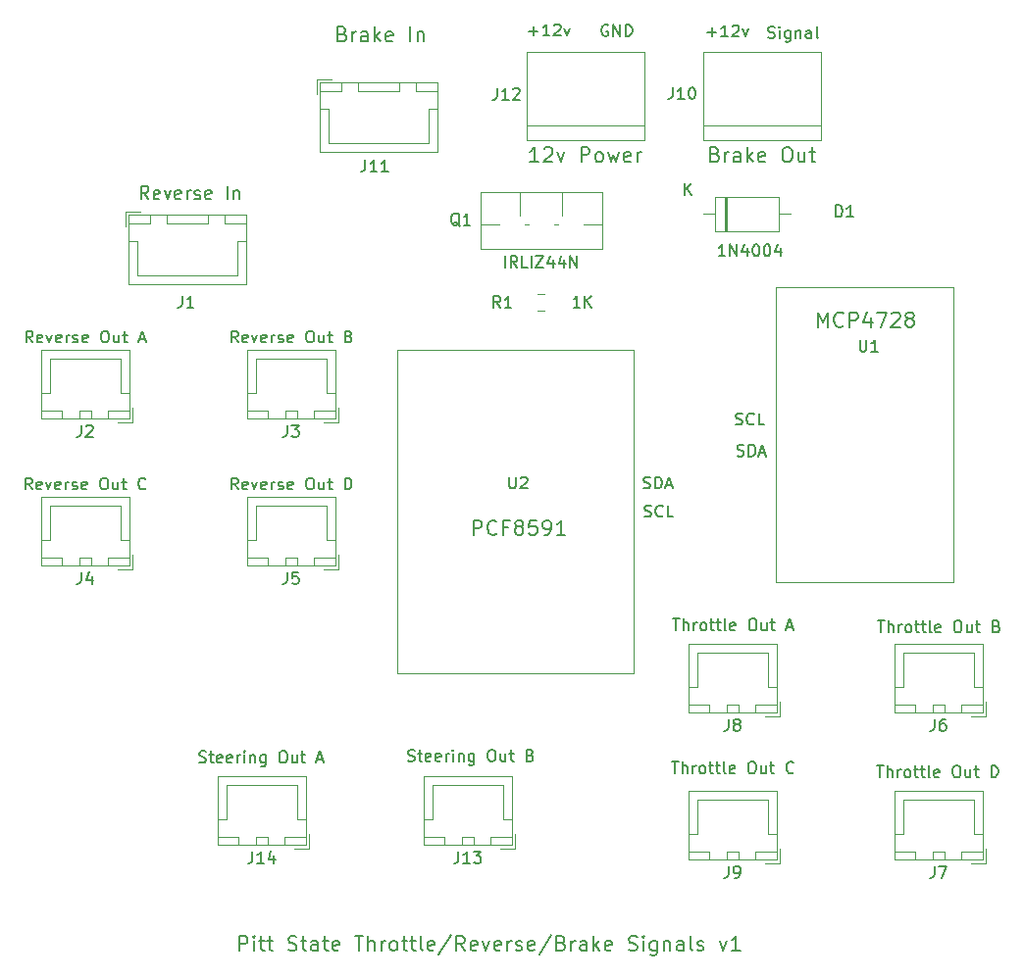
<source format=gbr>
G04 #@! TF.GenerationSoftware,KiCad,Pcbnew,(5.1.5)-3*
G04 #@! TF.CreationDate,2022-03-29T23:14:45-05:00*
G04 #@! TF.ProjectId,ThrottleReverseBrake,5468726f-7474-46c6-9552-657665727365,rev?*
G04 #@! TF.SameCoordinates,Original*
G04 #@! TF.FileFunction,Legend,Top*
G04 #@! TF.FilePolarity,Positive*
%FSLAX46Y46*%
G04 Gerber Fmt 4.6, Leading zero omitted, Abs format (unit mm)*
G04 Created by KiCad (PCBNEW (5.1.5)-3) date 2022-03-29 23:14:45*
%MOMM*%
%LPD*%
G04 APERTURE LIST*
%ADD10C,0.150000*%
%ADD11C,0.165100*%
%ADD12C,0.120000*%
%ADD13C,0.190500*%
G04 APERTURE END LIST*
D10*
X146016814Y-87153381D02*
X146159671Y-87201000D01*
X146397766Y-87201000D01*
X146493004Y-87153381D01*
X146540623Y-87105762D01*
X146588242Y-87010524D01*
X146588242Y-86915286D01*
X146540623Y-86820048D01*
X146493004Y-86772429D01*
X146397766Y-86724810D01*
X146207290Y-86677191D01*
X146112052Y-86629572D01*
X146064433Y-86581953D01*
X146016814Y-86486715D01*
X146016814Y-86391477D01*
X146064433Y-86296239D01*
X146112052Y-86248620D01*
X146207290Y-86201000D01*
X146445385Y-86201000D01*
X146588242Y-86248620D01*
X147016814Y-87201000D02*
X147016814Y-86201000D01*
X147254909Y-86201000D01*
X147397766Y-86248620D01*
X147493004Y-86343858D01*
X147540623Y-86439096D01*
X147588242Y-86629572D01*
X147588242Y-86772429D01*
X147540623Y-86962905D01*
X147493004Y-87058143D01*
X147397766Y-87153381D01*
X147254909Y-87201000D01*
X147016814Y-87201000D01*
X147969195Y-86915286D02*
X148445385Y-86915286D01*
X147873957Y-87201000D02*
X148207290Y-86201000D01*
X148540623Y-87201000D01*
X154091474Y-84374621D02*
X154234331Y-84422240D01*
X154472426Y-84422240D01*
X154567664Y-84374621D01*
X154615283Y-84327002D01*
X154662902Y-84231764D01*
X154662902Y-84136526D01*
X154615283Y-84041288D01*
X154567664Y-83993669D01*
X154472426Y-83946050D01*
X154281950Y-83898431D01*
X154186712Y-83850812D01*
X154139093Y-83803193D01*
X154091474Y-83707955D01*
X154091474Y-83612717D01*
X154139093Y-83517479D01*
X154186712Y-83469860D01*
X154281950Y-83422240D01*
X154520045Y-83422240D01*
X154662902Y-83469860D01*
X155091474Y-84422240D02*
X155091474Y-83422240D01*
X155329569Y-83422240D01*
X155472426Y-83469860D01*
X155567664Y-83565098D01*
X155615283Y-83660336D01*
X155662902Y-83850812D01*
X155662902Y-83993669D01*
X155615283Y-84184145D01*
X155567664Y-84279383D01*
X155472426Y-84374621D01*
X155329569Y-84422240D01*
X155091474Y-84422240D01*
X156043855Y-84136526D02*
X156520045Y-84136526D01*
X155948617Y-84422240D02*
X156281950Y-83422240D01*
X156615283Y-84422240D01*
X146104123Y-89607021D02*
X146246980Y-89654640D01*
X146485076Y-89654640D01*
X146580314Y-89607021D01*
X146627933Y-89559402D01*
X146675552Y-89464164D01*
X146675552Y-89368926D01*
X146627933Y-89273688D01*
X146580314Y-89226069D01*
X146485076Y-89178450D01*
X146294600Y-89130831D01*
X146199361Y-89083212D01*
X146151742Y-89035593D01*
X146104123Y-88940355D01*
X146104123Y-88845117D01*
X146151742Y-88749879D01*
X146199361Y-88702260D01*
X146294600Y-88654640D01*
X146532695Y-88654640D01*
X146675552Y-88702260D01*
X147675552Y-89559402D02*
X147627933Y-89607021D01*
X147485076Y-89654640D01*
X147389838Y-89654640D01*
X147246980Y-89607021D01*
X147151742Y-89511783D01*
X147104123Y-89416545D01*
X147056504Y-89226069D01*
X147056504Y-89083212D01*
X147104123Y-88892736D01*
X147151742Y-88797498D01*
X147246980Y-88702260D01*
X147389838Y-88654640D01*
X147485076Y-88654640D01*
X147627933Y-88702260D01*
X147675552Y-88749879D01*
X148580314Y-89654640D02*
X148104123Y-89654640D01*
X148104123Y-88654640D01*
X153962883Y-81649201D02*
X154105740Y-81696820D01*
X154343836Y-81696820D01*
X154439074Y-81649201D01*
X154486693Y-81601582D01*
X154534312Y-81506344D01*
X154534312Y-81411106D01*
X154486693Y-81315868D01*
X154439074Y-81268249D01*
X154343836Y-81220630D01*
X154153360Y-81173011D01*
X154058121Y-81125392D01*
X154010502Y-81077773D01*
X153962883Y-80982535D01*
X153962883Y-80887297D01*
X154010502Y-80792059D01*
X154058121Y-80744440D01*
X154153360Y-80696820D01*
X154391455Y-80696820D01*
X154534312Y-80744440D01*
X155534312Y-81601582D02*
X155486693Y-81649201D01*
X155343836Y-81696820D01*
X155248598Y-81696820D01*
X155105740Y-81649201D01*
X155010502Y-81553963D01*
X154962883Y-81458725D01*
X154915264Y-81268249D01*
X154915264Y-81125392D01*
X154962883Y-80934916D01*
X155010502Y-80839678D01*
X155105740Y-80744440D01*
X155248598Y-80696820D01*
X155343836Y-80696820D01*
X155486693Y-80744440D01*
X155534312Y-80792059D01*
X156439074Y-81696820D02*
X155962883Y-81696820D01*
X155962883Y-80696820D01*
X156762082Y-48258361D02*
X156904940Y-48305980D01*
X157143035Y-48305980D01*
X157238273Y-48258361D01*
X157285892Y-48210742D01*
X157333511Y-48115504D01*
X157333511Y-48020266D01*
X157285892Y-47925028D01*
X157238273Y-47877409D01*
X157143035Y-47829790D01*
X156952559Y-47782171D01*
X156857320Y-47734552D01*
X156809701Y-47686933D01*
X156762082Y-47591695D01*
X156762082Y-47496457D01*
X156809701Y-47401219D01*
X156857320Y-47353600D01*
X156952559Y-47305980D01*
X157190654Y-47305980D01*
X157333511Y-47353600D01*
X157762082Y-48305980D02*
X157762082Y-47639314D01*
X157762082Y-47305980D02*
X157714463Y-47353600D01*
X157762082Y-47401219D01*
X157809701Y-47353600D01*
X157762082Y-47305980D01*
X157762082Y-47401219D01*
X158666844Y-47639314D02*
X158666844Y-48448838D01*
X158619225Y-48544076D01*
X158571606Y-48591695D01*
X158476368Y-48639314D01*
X158333511Y-48639314D01*
X158238273Y-48591695D01*
X158666844Y-48258361D02*
X158571606Y-48305980D01*
X158381130Y-48305980D01*
X158285892Y-48258361D01*
X158238273Y-48210742D01*
X158190654Y-48115504D01*
X158190654Y-47829790D01*
X158238273Y-47734552D01*
X158285892Y-47686933D01*
X158381130Y-47639314D01*
X158571606Y-47639314D01*
X158666844Y-47686933D01*
X159143035Y-47639314D02*
X159143035Y-48305980D01*
X159143035Y-47734552D02*
X159190654Y-47686933D01*
X159285892Y-47639314D01*
X159428749Y-47639314D01*
X159523987Y-47686933D01*
X159571606Y-47782171D01*
X159571606Y-48305980D01*
X160476368Y-48305980D02*
X160476368Y-47782171D01*
X160428749Y-47686933D01*
X160333511Y-47639314D01*
X160143035Y-47639314D01*
X160047797Y-47686933D01*
X160476368Y-48258361D02*
X160381130Y-48305980D01*
X160143035Y-48305980D01*
X160047797Y-48258361D01*
X160000178Y-48163123D01*
X160000178Y-48067885D01*
X160047797Y-47972647D01*
X160143035Y-47925028D01*
X160381130Y-47925028D01*
X160476368Y-47877409D01*
X161095416Y-48305980D02*
X161000178Y-48258361D01*
X160952559Y-48163123D01*
X160952559Y-47305980D01*
X151541694Y-47787868D02*
X152303599Y-47787868D01*
X151922646Y-48168820D02*
X151922646Y-47406916D01*
X153303599Y-48168820D02*
X152732170Y-48168820D01*
X153017884Y-48168820D02*
X153017884Y-47168820D01*
X152922646Y-47311678D01*
X152827408Y-47406916D01*
X152732170Y-47454535D01*
X153684551Y-47264059D02*
X153732170Y-47216440D01*
X153827408Y-47168820D01*
X154065503Y-47168820D01*
X154160741Y-47216440D01*
X154208360Y-47264059D01*
X154255980Y-47359297D01*
X154255980Y-47454535D01*
X154208360Y-47597392D01*
X153636932Y-48168820D01*
X154255980Y-48168820D01*
X154589313Y-47502154D02*
X154827408Y-48168820D01*
X155065503Y-47502154D01*
X142943675Y-47175800D02*
X142848437Y-47128180D01*
X142705580Y-47128180D01*
X142562722Y-47175800D01*
X142467484Y-47271038D01*
X142419865Y-47366276D01*
X142372246Y-47556752D01*
X142372246Y-47699609D01*
X142419865Y-47890085D01*
X142467484Y-47985323D01*
X142562722Y-48080561D01*
X142705580Y-48128180D01*
X142800818Y-48128180D01*
X142943675Y-48080561D01*
X142991294Y-48032942D01*
X142991294Y-47699609D01*
X142800818Y-47699609D01*
X143419865Y-48128180D02*
X143419865Y-47128180D01*
X143991294Y-48128180D01*
X143991294Y-47128180D01*
X144467484Y-48128180D02*
X144467484Y-47128180D01*
X144705580Y-47128180D01*
X144848437Y-47175800D01*
X144943675Y-47271038D01*
X144991294Y-47366276D01*
X145038913Y-47556752D01*
X145038913Y-47699609D01*
X144991294Y-47890085D01*
X144943675Y-47985323D01*
X144848437Y-48080561D01*
X144705580Y-48128180D01*
X144467484Y-48128180D01*
X136139134Y-47711668D02*
X136901039Y-47711668D01*
X136520086Y-48092620D02*
X136520086Y-47330716D01*
X137901039Y-48092620D02*
X137329610Y-48092620D01*
X137615324Y-48092620D02*
X137615324Y-47092620D01*
X137520086Y-47235478D01*
X137424848Y-47330716D01*
X137329610Y-47378335D01*
X138281991Y-47187859D02*
X138329610Y-47140240D01*
X138424848Y-47092620D01*
X138662943Y-47092620D01*
X138758181Y-47140240D01*
X138805800Y-47187859D01*
X138853420Y-47283097D01*
X138853420Y-47378335D01*
X138805800Y-47521192D01*
X138234372Y-48092620D01*
X138853420Y-48092620D01*
X139186753Y-47425954D02*
X139424848Y-48092620D01*
X139662943Y-47425954D01*
D11*
X111104680Y-127150343D02*
X111104680Y-125880343D01*
X111588489Y-125880343D01*
X111709441Y-125940820D01*
X111769918Y-126001296D01*
X111830394Y-126122248D01*
X111830394Y-126303677D01*
X111769918Y-126424629D01*
X111709441Y-126485105D01*
X111588489Y-126545581D01*
X111104680Y-126545581D01*
X112374680Y-127150343D02*
X112374680Y-126303677D01*
X112374680Y-125880343D02*
X112314203Y-125940820D01*
X112374680Y-126001296D01*
X112435156Y-125940820D01*
X112374680Y-125880343D01*
X112374680Y-126001296D01*
X112798013Y-126303677D02*
X113281822Y-126303677D01*
X112979441Y-125880343D02*
X112979441Y-126968915D01*
X113039918Y-127089867D01*
X113160870Y-127150343D01*
X113281822Y-127150343D01*
X113523727Y-126303677D02*
X114007537Y-126303677D01*
X113705156Y-125880343D02*
X113705156Y-126968915D01*
X113765632Y-127089867D01*
X113886584Y-127150343D01*
X114007537Y-127150343D01*
X115338013Y-127089867D02*
X115519441Y-127150343D01*
X115821822Y-127150343D01*
X115942775Y-127089867D01*
X116003251Y-127029391D01*
X116063727Y-126908439D01*
X116063727Y-126787486D01*
X116003251Y-126666534D01*
X115942775Y-126606058D01*
X115821822Y-126545581D01*
X115579918Y-126485105D01*
X115458965Y-126424629D01*
X115398489Y-126364153D01*
X115338013Y-126243200D01*
X115338013Y-126122248D01*
X115398489Y-126001296D01*
X115458965Y-125940820D01*
X115579918Y-125880343D01*
X115882299Y-125880343D01*
X116063727Y-125940820D01*
X116426584Y-126303677D02*
X116910394Y-126303677D01*
X116608013Y-125880343D02*
X116608013Y-126968915D01*
X116668489Y-127089867D01*
X116789441Y-127150343D01*
X116910394Y-127150343D01*
X117878013Y-127150343D02*
X117878013Y-126485105D01*
X117817537Y-126364153D01*
X117696584Y-126303677D01*
X117454680Y-126303677D01*
X117333727Y-126364153D01*
X117878013Y-127089867D02*
X117757060Y-127150343D01*
X117454680Y-127150343D01*
X117333727Y-127089867D01*
X117273251Y-126968915D01*
X117273251Y-126847962D01*
X117333727Y-126727010D01*
X117454680Y-126666534D01*
X117757060Y-126666534D01*
X117878013Y-126606058D01*
X118301346Y-126303677D02*
X118785156Y-126303677D01*
X118482775Y-125880343D02*
X118482775Y-126968915D01*
X118543251Y-127089867D01*
X118664203Y-127150343D01*
X118785156Y-127150343D01*
X119692299Y-127089867D02*
X119571346Y-127150343D01*
X119329441Y-127150343D01*
X119208489Y-127089867D01*
X119148013Y-126968915D01*
X119148013Y-126485105D01*
X119208489Y-126364153D01*
X119329441Y-126303677D01*
X119571346Y-126303677D01*
X119692299Y-126364153D01*
X119752775Y-126485105D01*
X119752775Y-126606058D01*
X119148013Y-126727010D01*
X121083251Y-125880343D02*
X121808965Y-125880343D01*
X121446108Y-127150343D02*
X121446108Y-125880343D01*
X122232299Y-127150343D02*
X122232299Y-125880343D01*
X122776584Y-127150343D02*
X122776584Y-126485105D01*
X122716108Y-126364153D01*
X122595156Y-126303677D01*
X122413727Y-126303677D01*
X122292775Y-126364153D01*
X122232299Y-126424629D01*
X123381346Y-127150343D02*
X123381346Y-126303677D01*
X123381346Y-126545581D02*
X123441822Y-126424629D01*
X123502299Y-126364153D01*
X123623251Y-126303677D01*
X123744203Y-126303677D01*
X124348965Y-127150343D02*
X124228013Y-127089867D01*
X124167537Y-127029391D01*
X124107060Y-126908439D01*
X124107060Y-126545581D01*
X124167537Y-126424629D01*
X124228013Y-126364153D01*
X124348965Y-126303677D01*
X124530394Y-126303677D01*
X124651346Y-126364153D01*
X124711822Y-126424629D01*
X124772299Y-126545581D01*
X124772299Y-126908439D01*
X124711822Y-127029391D01*
X124651346Y-127089867D01*
X124530394Y-127150343D01*
X124348965Y-127150343D01*
X125135156Y-126303677D02*
X125618965Y-126303677D01*
X125316584Y-125880343D02*
X125316584Y-126968915D01*
X125377060Y-127089867D01*
X125498013Y-127150343D01*
X125618965Y-127150343D01*
X125860870Y-126303677D02*
X126344680Y-126303677D01*
X126042299Y-125880343D02*
X126042299Y-126968915D01*
X126102775Y-127089867D01*
X126223727Y-127150343D01*
X126344680Y-127150343D01*
X126949441Y-127150343D02*
X126828489Y-127089867D01*
X126768013Y-126968915D01*
X126768013Y-125880343D01*
X127917060Y-127089867D02*
X127796108Y-127150343D01*
X127554203Y-127150343D01*
X127433251Y-127089867D01*
X127372775Y-126968915D01*
X127372775Y-126485105D01*
X127433251Y-126364153D01*
X127554203Y-126303677D01*
X127796108Y-126303677D01*
X127917060Y-126364153D01*
X127977537Y-126485105D01*
X127977537Y-126606058D01*
X127372775Y-126727010D01*
X129428965Y-125819867D02*
X128340394Y-127452724D01*
X130578013Y-127150343D02*
X130154680Y-126545581D01*
X129852299Y-127150343D02*
X129852299Y-125880343D01*
X130336108Y-125880343D01*
X130457060Y-125940820D01*
X130517537Y-126001296D01*
X130578013Y-126122248D01*
X130578013Y-126303677D01*
X130517537Y-126424629D01*
X130457060Y-126485105D01*
X130336108Y-126545581D01*
X129852299Y-126545581D01*
X131606108Y-127089867D02*
X131485156Y-127150343D01*
X131243251Y-127150343D01*
X131122299Y-127089867D01*
X131061822Y-126968915D01*
X131061822Y-126485105D01*
X131122299Y-126364153D01*
X131243251Y-126303677D01*
X131485156Y-126303677D01*
X131606108Y-126364153D01*
X131666584Y-126485105D01*
X131666584Y-126606058D01*
X131061822Y-126727010D01*
X132089918Y-126303677D02*
X132392299Y-127150343D01*
X132694680Y-126303677D01*
X133662299Y-127089867D02*
X133541346Y-127150343D01*
X133299441Y-127150343D01*
X133178489Y-127089867D01*
X133118013Y-126968915D01*
X133118013Y-126485105D01*
X133178489Y-126364153D01*
X133299441Y-126303677D01*
X133541346Y-126303677D01*
X133662299Y-126364153D01*
X133722775Y-126485105D01*
X133722775Y-126606058D01*
X133118013Y-126727010D01*
X134267060Y-127150343D02*
X134267060Y-126303677D01*
X134267060Y-126545581D02*
X134327537Y-126424629D01*
X134388013Y-126364153D01*
X134508965Y-126303677D01*
X134629918Y-126303677D01*
X134992775Y-127089867D02*
X135113727Y-127150343D01*
X135355632Y-127150343D01*
X135476584Y-127089867D01*
X135537060Y-126968915D01*
X135537060Y-126908439D01*
X135476584Y-126787486D01*
X135355632Y-126727010D01*
X135174203Y-126727010D01*
X135053251Y-126666534D01*
X134992775Y-126545581D01*
X134992775Y-126485105D01*
X135053251Y-126364153D01*
X135174203Y-126303677D01*
X135355632Y-126303677D01*
X135476584Y-126364153D01*
X136565156Y-127089867D02*
X136444203Y-127150343D01*
X136202299Y-127150343D01*
X136081346Y-127089867D01*
X136020870Y-126968915D01*
X136020870Y-126485105D01*
X136081346Y-126364153D01*
X136202299Y-126303677D01*
X136444203Y-126303677D01*
X136565156Y-126364153D01*
X136625632Y-126485105D01*
X136625632Y-126606058D01*
X136020870Y-126727010D01*
X138077060Y-125819867D02*
X136988489Y-127452724D01*
X138923727Y-126485105D02*
X139105156Y-126545581D01*
X139165632Y-126606058D01*
X139226108Y-126727010D01*
X139226108Y-126908439D01*
X139165632Y-127029391D01*
X139105156Y-127089867D01*
X138984203Y-127150343D01*
X138500394Y-127150343D01*
X138500394Y-125880343D01*
X138923727Y-125880343D01*
X139044680Y-125940820D01*
X139105156Y-126001296D01*
X139165632Y-126122248D01*
X139165632Y-126243200D01*
X139105156Y-126364153D01*
X139044680Y-126424629D01*
X138923727Y-126485105D01*
X138500394Y-126485105D01*
X139770394Y-127150343D02*
X139770394Y-126303677D01*
X139770394Y-126545581D02*
X139830870Y-126424629D01*
X139891346Y-126364153D01*
X140012299Y-126303677D01*
X140133251Y-126303677D01*
X141100870Y-127150343D02*
X141100870Y-126485105D01*
X141040394Y-126364153D01*
X140919441Y-126303677D01*
X140677537Y-126303677D01*
X140556584Y-126364153D01*
X141100870Y-127089867D02*
X140979918Y-127150343D01*
X140677537Y-127150343D01*
X140556584Y-127089867D01*
X140496108Y-126968915D01*
X140496108Y-126847962D01*
X140556584Y-126727010D01*
X140677537Y-126666534D01*
X140979918Y-126666534D01*
X141100870Y-126606058D01*
X141705632Y-127150343D02*
X141705632Y-125880343D01*
X141826584Y-126666534D02*
X142189441Y-127150343D01*
X142189441Y-126303677D02*
X141705632Y-126787486D01*
X143217537Y-127089867D02*
X143096584Y-127150343D01*
X142854680Y-127150343D01*
X142733727Y-127089867D01*
X142673251Y-126968915D01*
X142673251Y-126485105D01*
X142733727Y-126364153D01*
X142854680Y-126303677D01*
X143096584Y-126303677D01*
X143217537Y-126364153D01*
X143278013Y-126485105D01*
X143278013Y-126606058D01*
X142673251Y-126727010D01*
X144729441Y-127089867D02*
X144910870Y-127150343D01*
X145213251Y-127150343D01*
X145334203Y-127089867D01*
X145394680Y-127029391D01*
X145455156Y-126908439D01*
X145455156Y-126787486D01*
X145394680Y-126666534D01*
X145334203Y-126606058D01*
X145213251Y-126545581D01*
X144971346Y-126485105D01*
X144850394Y-126424629D01*
X144789918Y-126364153D01*
X144729441Y-126243200D01*
X144729441Y-126122248D01*
X144789918Y-126001296D01*
X144850394Y-125940820D01*
X144971346Y-125880343D01*
X145273727Y-125880343D01*
X145455156Y-125940820D01*
X145999441Y-127150343D02*
X145999441Y-126303677D01*
X145999441Y-125880343D02*
X145938965Y-125940820D01*
X145999441Y-126001296D01*
X146059918Y-125940820D01*
X145999441Y-125880343D01*
X145999441Y-126001296D01*
X147148489Y-126303677D02*
X147148489Y-127331772D01*
X147088013Y-127452724D01*
X147027537Y-127513200D01*
X146906584Y-127573677D01*
X146725156Y-127573677D01*
X146604203Y-127513200D01*
X147148489Y-127089867D02*
X147027537Y-127150343D01*
X146785632Y-127150343D01*
X146664680Y-127089867D01*
X146604203Y-127029391D01*
X146543727Y-126908439D01*
X146543727Y-126545581D01*
X146604203Y-126424629D01*
X146664680Y-126364153D01*
X146785632Y-126303677D01*
X147027537Y-126303677D01*
X147148489Y-126364153D01*
X147753251Y-126303677D02*
X147753251Y-127150343D01*
X147753251Y-126424629D02*
X147813727Y-126364153D01*
X147934680Y-126303677D01*
X148116108Y-126303677D01*
X148237060Y-126364153D01*
X148297537Y-126485105D01*
X148297537Y-127150343D01*
X149446584Y-127150343D02*
X149446584Y-126485105D01*
X149386108Y-126364153D01*
X149265156Y-126303677D01*
X149023251Y-126303677D01*
X148902299Y-126364153D01*
X149446584Y-127089867D02*
X149325632Y-127150343D01*
X149023251Y-127150343D01*
X148902299Y-127089867D01*
X148841822Y-126968915D01*
X148841822Y-126847962D01*
X148902299Y-126727010D01*
X149023251Y-126666534D01*
X149325632Y-126666534D01*
X149446584Y-126606058D01*
X150232775Y-127150343D02*
X150111822Y-127089867D01*
X150051346Y-126968915D01*
X150051346Y-125880343D01*
X150656108Y-127089867D02*
X150777060Y-127150343D01*
X151018965Y-127150343D01*
X151139918Y-127089867D01*
X151200394Y-126968915D01*
X151200394Y-126908439D01*
X151139918Y-126787486D01*
X151018965Y-126727010D01*
X150837537Y-126727010D01*
X150716584Y-126666534D01*
X150656108Y-126545581D01*
X150656108Y-126485105D01*
X150716584Y-126364153D01*
X150837537Y-126303677D01*
X151018965Y-126303677D01*
X151139918Y-126364153D01*
X152591346Y-126303677D02*
X152893727Y-127150343D01*
X153196108Y-126303677D01*
X154345156Y-127150343D02*
X153619441Y-127150343D01*
X153982299Y-127150343D02*
X153982299Y-125880343D01*
X153861346Y-126061772D01*
X153740394Y-126182724D01*
X153619441Y-126243200D01*
D12*
X124747980Y-75196700D02*
X145187980Y-75196700D01*
X145187980Y-75196700D02*
X145187980Y-103196700D01*
X124747980Y-75196700D02*
X124747980Y-103196700D01*
X124747980Y-103196700D02*
X145187980Y-103196700D01*
X157420000Y-69850000D02*
X172780000Y-69850000D01*
X172780000Y-69850000D02*
X172780000Y-95310000D01*
X157420000Y-69850000D02*
X157420000Y-95300000D01*
X157420000Y-95310000D02*
X172780000Y-95310000D01*
X152220000Y-62030000D02*
X152220000Y-64970000D01*
X152220000Y-64970000D02*
X157660000Y-64970000D01*
X157660000Y-64970000D02*
X157660000Y-62030000D01*
X157660000Y-62030000D02*
X152220000Y-62030000D01*
X151200000Y-63500000D02*
X152220000Y-63500000D01*
X158680000Y-63500000D02*
X157660000Y-63500000D01*
X153120000Y-62030000D02*
X153120000Y-64970000D01*
X153240000Y-62030000D02*
X153240000Y-64970000D01*
X153000000Y-62030000D02*
X153000000Y-64970000D01*
X101290000Y-63290000D02*
X101290000Y-64540000D01*
X102540000Y-63290000D02*
X101290000Y-63290000D01*
X110940000Y-68790000D02*
X106640000Y-68790000D01*
X110940000Y-65840000D02*
X110940000Y-68790000D01*
X111690000Y-65840000D02*
X110940000Y-65840000D01*
X102340000Y-68790000D02*
X106640000Y-68790000D01*
X102340000Y-65840000D02*
X102340000Y-68790000D01*
X101590000Y-65840000D02*
X102340000Y-65840000D01*
X111690000Y-63590000D02*
X109890000Y-63590000D01*
X111690000Y-64340000D02*
X111690000Y-63590000D01*
X109890000Y-64340000D02*
X111690000Y-64340000D01*
X109890000Y-63590000D02*
X109890000Y-64340000D01*
X103390000Y-63590000D02*
X101590000Y-63590000D01*
X103390000Y-64340000D02*
X103390000Y-63590000D01*
X101590000Y-64340000D02*
X103390000Y-64340000D01*
X101590000Y-63590000D02*
X101590000Y-64340000D01*
X108390000Y-63590000D02*
X104890000Y-63590000D01*
X108390000Y-64340000D02*
X108390000Y-63590000D01*
X104890000Y-64340000D02*
X108390000Y-64340000D01*
X104890000Y-63590000D02*
X104890000Y-64340000D01*
X111700000Y-63580000D02*
X101580000Y-63580000D01*
X111700000Y-69550000D02*
X111700000Y-63580000D01*
X101580000Y-69550000D02*
X111700000Y-69550000D01*
X101580000Y-63580000D02*
X101580000Y-69550000D01*
X101620000Y-81200000D02*
X101620000Y-75230000D01*
X101620000Y-75230000D02*
X94000000Y-75230000D01*
X94000000Y-75230000D02*
X94000000Y-81200000D01*
X94000000Y-81200000D02*
X101620000Y-81200000D01*
X98310000Y-81190000D02*
X98310000Y-80440000D01*
X98310000Y-80440000D02*
X97310000Y-80440000D01*
X97310000Y-80440000D02*
X97310000Y-81190000D01*
X97310000Y-81190000D02*
X98310000Y-81190000D01*
X101610000Y-81190000D02*
X101610000Y-80440000D01*
X101610000Y-80440000D02*
X99810000Y-80440000D01*
X99810000Y-80440000D02*
X99810000Y-81190000D01*
X99810000Y-81190000D02*
X101610000Y-81190000D01*
X95810000Y-81190000D02*
X95810000Y-80440000D01*
X95810000Y-80440000D02*
X94010000Y-80440000D01*
X94010000Y-80440000D02*
X94010000Y-81190000D01*
X94010000Y-81190000D02*
X95810000Y-81190000D01*
X101610000Y-78940000D02*
X100860000Y-78940000D01*
X100860000Y-78940000D02*
X100860000Y-75990000D01*
X100860000Y-75990000D02*
X97810000Y-75990000D01*
X94010000Y-78940000D02*
X94760000Y-78940000D01*
X94760000Y-78940000D02*
X94760000Y-75990000D01*
X94760000Y-75990000D02*
X97810000Y-75990000D01*
X100660000Y-81490000D02*
X101910000Y-81490000D01*
X101910000Y-81490000D02*
X101910000Y-80240000D01*
X119690000Y-81490000D02*
X119690000Y-80240000D01*
X118440000Y-81490000D02*
X119690000Y-81490000D01*
X112540000Y-75990000D02*
X115590000Y-75990000D01*
X112540000Y-78940000D02*
X112540000Y-75990000D01*
X111790000Y-78940000D02*
X112540000Y-78940000D01*
X118640000Y-75990000D02*
X115590000Y-75990000D01*
X118640000Y-78940000D02*
X118640000Y-75990000D01*
X119390000Y-78940000D02*
X118640000Y-78940000D01*
X111790000Y-81190000D02*
X113590000Y-81190000D01*
X111790000Y-80440000D02*
X111790000Y-81190000D01*
X113590000Y-80440000D02*
X111790000Y-80440000D01*
X113590000Y-81190000D02*
X113590000Y-80440000D01*
X117590000Y-81190000D02*
X119390000Y-81190000D01*
X117590000Y-80440000D02*
X117590000Y-81190000D01*
X119390000Y-80440000D02*
X117590000Y-80440000D01*
X119390000Y-81190000D02*
X119390000Y-80440000D01*
X115090000Y-81190000D02*
X116090000Y-81190000D01*
X115090000Y-80440000D02*
X115090000Y-81190000D01*
X116090000Y-80440000D02*
X115090000Y-80440000D01*
X116090000Y-81190000D02*
X116090000Y-80440000D01*
X111780000Y-81200000D02*
X119400000Y-81200000D01*
X111780000Y-75230000D02*
X111780000Y-81200000D01*
X119400000Y-75230000D02*
X111780000Y-75230000D01*
X119400000Y-81200000D02*
X119400000Y-75230000D01*
X101620000Y-93900000D02*
X101620000Y-87930000D01*
X101620000Y-87930000D02*
X94000000Y-87930000D01*
X94000000Y-87930000D02*
X94000000Y-93900000D01*
X94000000Y-93900000D02*
X101620000Y-93900000D01*
X98310000Y-93890000D02*
X98310000Y-93140000D01*
X98310000Y-93140000D02*
X97310000Y-93140000D01*
X97310000Y-93140000D02*
X97310000Y-93890000D01*
X97310000Y-93890000D02*
X98310000Y-93890000D01*
X101610000Y-93890000D02*
X101610000Y-93140000D01*
X101610000Y-93140000D02*
X99810000Y-93140000D01*
X99810000Y-93140000D02*
X99810000Y-93890000D01*
X99810000Y-93890000D02*
X101610000Y-93890000D01*
X95810000Y-93890000D02*
X95810000Y-93140000D01*
X95810000Y-93140000D02*
X94010000Y-93140000D01*
X94010000Y-93140000D02*
X94010000Y-93890000D01*
X94010000Y-93890000D02*
X95810000Y-93890000D01*
X101610000Y-91640000D02*
X100860000Y-91640000D01*
X100860000Y-91640000D02*
X100860000Y-88690000D01*
X100860000Y-88690000D02*
X97810000Y-88690000D01*
X94010000Y-91640000D02*
X94760000Y-91640000D01*
X94760000Y-91640000D02*
X94760000Y-88690000D01*
X94760000Y-88690000D02*
X97810000Y-88690000D01*
X100660000Y-94190000D02*
X101910000Y-94190000D01*
X101910000Y-94190000D02*
X101910000Y-92940000D01*
X119690000Y-94190000D02*
X119690000Y-92940000D01*
X118440000Y-94190000D02*
X119690000Y-94190000D01*
X112540000Y-88690000D02*
X115590000Y-88690000D01*
X112540000Y-91640000D02*
X112540000Y-88690000D01*
X111790000Y-91640000D02*
X112540000Y-91640000D01*
X118640000Y-88690000D02*
X115590000Y-88690000D01*
X118640000Y-91640000D02*
X118640000Y-88690000D01*
X119390000Y-91640000D02*
X118640000Y-91640000D01*
X111790000Y-93890000D02*
X113590000Y-93890000D01*
X111790000Y-93140000D02*
X111790000Y-93890000D01*
X113590000Y-93140000D02*
X111790000Y-93140000D01*
X113590000Y-93890000D02*
X113590000Y-93140000D01*
X117590000Y-93890000D02*
X119390000Y-93890000D01*
X117590000Y-93140000D02*
X117590000Y-93890000D01*
X119390000Y-93140000D02*
X117590000Y-93140000D01*
X119390000Y-93890000D02*
X119390000Y-93140000D01*
X115090000Y-93890000D02*
X116090000Y-93890000D01*
X115090000Y-93140000D02*
X115090000Y-93890000D01*
X116090000Y-93140000D02*
X115090000Y-93140000D01*
X116090000Y-93890000D02*
X116090000Y-93140000D01*
X111780000Y-93900000D02*
X119400000Y-93900000D01*
X111780000Y-87930000D02*
X111780000Y-93900000D01*
X119400000Y-87930000D02*
X111780000Y-87930000D01*
X119400000Y-93900000D02*
X119400000Y-87930000D01*
X175570000Y-106890000D02*
X175570000Y-105640000D01*
X174320000Y-106890000D02*
X175570000Y-106890000D01*
X168420000Y-101390000D02*
X171470000Y-101390000D01*
X168420000Y-104340000D02*
X168420000Y-101390000D01*
X167670000Y-104340000D02*
X168420000Y-104340000D01*
X174520000Y-101390000D02*
X171470000Y-101390000D01*
X174520000Y-104340000D02*
X174520000Y-101390000D01*
X175270000Y-104340000D02*
X174520000Y-104340000D01*
X167670000Y-106590000D02*
X169470000Y-106590000D01*
X167670000Y-105840000D02*
X167670000Y-106590000D01*
X169470000Y-105840000D02*
X167670000Y-105840000D01*
X169470000Y-106590000D02*
X169470000Y-105840000D01*
X173470000Y-106590000D02*
X175270000Y-106590000D01*
X173470000Y-105840000D02*
X173470000Y-106590000D01*
X175270000Y-105840000D02*
X173470000Y-105840000D01*
X175270000Y-106590000D02*
X175270000Y-105840000D01*
X170970000Y-106590000D02*
X171970000Y-106590000D01*
X170970000Y-105840000D02*
X170970000Y-106590000D01*
X171970000Y-105840000D02*
X170970000Y-105840000D01*
X171970000Y-106590000D02*
X171970000Y-105840000D01*
X167660000Y-106600000D02*
X175280000Y-106600000D01*
X167660000Y-100630000D02*
X167660000Y-106600000D01*
X175280000Y-100630000D02*
X167660000Y-100630000D01*
X175280000Y-106600000D02*
X175280000Y-100630000D01*
X175570000Y-119590000D02*
X175570000Y-118340000D01*
X174320000Y-119590000D02*
X175570000Y-119590000D01*
X168420000Y-114090000D02*
X171470000Y-114090000D01*
X168420000Y-117040000D02*
X168420000Y-114090000D01*
X167670000Y-117040000D02*
X168420000Y-117040000D01*
X174520000Y-114090000D02*
X171470000Y-114090000D01*
X174520000Y-117040000D02*
X174520000Y-114090000D01*
X175270000Y-117040000D02*
X174520000Y-117040000D01*
X167670000Y-119290000D02*
X169470000Y-119290000D01*
X167670000Y-118540000D02*
X167670000Y-119290000D01*
X169470000Y-118540000D02*
X167670000Y-118540000D01*
X169470000Y-119290000D02*
X169470000Y-118540000D01*
X173470000Y-119290000D02*
X175270000Y-119290000D01*
X173470000Y-118540000D02*
X173470000Y-119290000D01*
X175270000Y-118540000D02*
X173470000Y-118540000D01*
X175270000Y-119290000D02*
X175270000Y-118540000D01*
X170970000Y-119290000D02*
X171970000Y-119290000D01*
X170970000Y-118540000D02*
X170970000Y-119290000D01*
X171970000Y-118540000D02*
X170970000Y-118540000D01*
X171970000Y-119290000D02*
X171970000Y-118540000D01*
X167660000Y-119300000D02*
X175280000Y-119300000D01*
X167660000Y-113330000D02*
X167660000Y-119300000D01*
X175280000Y-113330000D02*
X167660000Y-113330000D01*
X175280000Y-119300000D02*
X175280000Y-113330000D01*
X157500000Y-106600000D02*
X157500000Y-100630000D01*
X157500000Y-100630000D02*
X149880000Y-100630000D01*
X149880000Y-100630000D02*
X149880000Y-106600000D01*
X149880000Y-106600000D02*
X157500000Y-106600000D01*
X154190000Y-106590000D02*
X154190000Y-105840000D01*
X154190000Y-105840000D02*
X153190000Y-105840000D01*
X153190000Y-105840000D02*
X153190000Y-106590000D01*
X153190000Y-106590000D02*
X154190000Y-106590000D01*
X157490000Y-106590000D02*
X157490000Y-105840000D01*
X157490000Y-105840000D02*
X155690000Y-105840000D01*
X155690000Y-105840000D02*
X155690000Y-106590000D01*
X155690000Y-106590000D02*
X157490000Y-106590000D01*
X151690000Y-106590000D02*
X151690000Y-105840000D01*
X151690000Y-105840000D02*
X149890000Y-105840000D01*
X149890000Y-105840000D02*
X149890000Y-106590000D01*
X149890000Y-106590000D02*
X151690000Y-106590000D01*
X157490000Y-104340000D02*
X156740000Y-104340000D01*
X156740000Y-104340000D02*
X156740000Y-101390000D01*
X156740000Y-101390000D02*
X153690000Y-101390000D01*
X149890000Y-104340000D02*
X150640000Y-104340000D01*
X150640000Y-104340000D02*
X150640000Y-101390000D01*
X150640000Y-101390000D02*
X153690000Y-101390000D01*
X156540000Y-106890000D02*
X157790000Y-106890000D01*
X157790000Y-106890000D02*
X157790000Y-105640000D01*
X157500000Y-119300000D02*
X157500000Y-113330000D01*
X157500000Y-113330000D02*
X149880000Y-113330000D01*
X149880000Y-113330000D02*
X149880000Y-119300000D01*
X149880000Y-119300000D02*
X157500000Y-119300000D01*
X154190000Y-119290000D02*
X154190000Y-118540000D01*
X154190000Y-118540000D02*
X153190000Y-118540000D01*
X153190000Y-118540000D02*
X153190000Y-119290000D01*
X153190000Y-119290000D02*
X154190000Y-119290000D01*
X157490000Y-119290000D02*
X157490000Y-118540000D01*
X157490000Y-118540000D02*
X155690000Y-118540000D01*
X155690000Y-118540000D02*
X155690000Y-119290000D01*
X155690000Y-119290000D02*
X157490000Y-119290000D01*
X151690000Y-119290000D02*
X151690000Y-118540000D01*
X151690000Y-118540000D02*
X149890000Y-118540000D01*
X149890000Y-118540000D02*
X149890000Y-119290000D01*
X149890000Y-119290000D02*
X151690000Y-119290000D01*
X157490000Y-117040000D02*
X156740000Y-117040000D01*
X156740000Y-117040000D02*
X156740000Y-114090000D01*
X156740000Y-114090000D02*
X153690000Y-114090000D01*
X149890000Y-117040000D02*
X150640000Y-117040000D01*
X150640000Y-117040000D02*
X150640000Y-114090000D01*
X150640000Y-114090000D02*
X153690000Y-114090000D01*
X156540000Y-119590000D02*
X157790000Y-119590000D01*
X157790000Y-119590000D02*
X157790000Y-118340000D01*
X161290000Y-55880000D02*
X151130000Y-55880000D01*
X161290000Y-57150000D02*
X161290000Y-49530000D01*
X161290000Y-49530000D02*
X151130000Y-49530000D01*
X151130000Y-49530000D02*
X151130000Y-57150000D01*
X151130000Y-57150000D02*
X161290000Y-57150000D01*
X118090000Y-52150000D02*
X118090000Y-58120000D01*
X118090000Y-58120000D02*
X128210000Y-58120000D01*
X128210000Y-58120000D02*
X128210000Y-52150000D01*
X128210000Y-52150000D02*
X118090000Y-52150000D01*
X121400000Y-52160000D02*
X121400000Y-52910000D01*
X121400000Y-52910000D02*
X124900000Y-52910000D01*
X124900000Y-52910000D02*
X124900000Y-52160000D01*
X124900000Y-52160000D02*
X121400000Y-52160000D01*
X118100000Y-52160000D02*
X118100000Y-52910000D01*
X118100000Y-52910000D02*
X119900000Y-52910000D01*
X119900000Y-52910000D02*
X119900000Y-52160000D01*
X119900000Y-52160000D02*
X118100000Y-52160000D01*
X126400000Y-52160000D02*
X126400000Y-52910000D01*
X126400000Y-52910000D02*
X128200000Y-52910000D01*
X128200000Y-52910000D02*
X128200000Y-52160000D01*
X128200000Y-52160000D02*
X126400000Y-52160000D01*
X118100000Y-54410000D02*
X118850000Y-54410000D01*
X118850000Y-54410000D02*
X118850000Y-57360000D01*
X118850000Y-57360000D02*
X123150000Y-57360000D01*
X128200000Y-54410000D02*
X127450000Y-54410000D01*
X127450000Y-54410000D02*
X127450000Y-57360000D01*
X127450000Y-57360000D02*
X123150000Y-57360000D01*
X119050000Y-51860000D02*
X117800000Y-51860000D01*
X117800000Y-51860000D02*
X117800000Y-53110000D01*
X135890000Y-57150000D02*
X146050000Y-57150000D01*
X135890000Y-49530000D02*
X135890000Y-57150000D01*
X146050000Y-49530000D02*
X135890000Y-49530000D01*
X146050000Y-57150000D02*
X146050000Y-49530000D01*
X146050000Y-55880000D02*
X135890000Y-55880000D01*
X134640000Y-118030000D02*
X134640000Y-112060000D01*
X134640000Y-112060000D02*
X127020000Y-112060000D01*
X127020000Y-112060000D02*
X127020000Y-118030000D01*
X127020000Y-118030000D02*
X134640000Y-118030000D01*
X131330000Y-118020000D02*
X131330000Y-117270000D01*
X131330000Y-117270000D02*
X130330000Y-117270000D01*
X130330000Y-117270000D02*
X130330000Y-118020000D01*
X130330000Y-118020000D02*
X131330000Y-118020000D01*
X134630000Y-118020000D02*
X134630000Y-117270000D01*
X134630000Y-117270000D02*
X132830000Y-117270000D01*
X132830000Y-117270000D02*
X132830000Y-118020000D01*
X132830000Y-118020000D02*
X134630000Y-118020000D01*
X128830000Y-118020000D02*
X128830000Y-117270000D01*
X128830000Y-117270000D02*
X127030000Y-117270000D01*
X127030000Y-117270000D02*
X127030000Y-118020000D01*
X127030000Y-118020000D02*
X128830000Y-118020000D01*
X134630000Y-115770000D02*
X133880000Y-115770000D01*
X133880000Y-115770000D02*
X133880000Y-112820000D01*
X133880000Y-112820000D02*
X130830000Y-112820000D01*
X127030000Y-115770000D02*
X127780000Y-115770000D01*
X127780000Y-115770000D02*
X127780000Y-112820000D01*
X127780000Y-112820000D02*
X130830000Y-112820000D01*
X133680000Y-118320000D02*
X134930000Y-118320000D01*
X134930000Y-118320000D02*
X134930000Y-117070000D01*
X117150000Y-118320000D02*
X117150000Y-117070000D01*
X115900000Y-118320000D02*
X117150000Y-118320000D01*
X110000000Y-112820000D02*
X113050000Y-112820000D01*
X110000000Y-115770000D02*
X110000000Y-112820000D01*
X109250000Y-115770000D02*
X110000000Y-115770000D01*
X116100000Y-112820000D02*
X113050000Y-112820000D01*
X116100000Y-115770000D02*
X116100000Y-112820000D01*
X116850000Y-115770000D02*
X116100000Y-115770000D01*
X109250000Y-118020000D02*
X111050000Y-118020000D01*
X109250000Y-117270000D02*
X109250000Y-118020000D01*
X111050000Y-117270000D02*
X109250000Y-117270000D01*
X111050000Y-118020000D02*
X111050000Y-117270000D01*
X115050000Y-118020000D02*
X116850000Y-118020000D01*
X115050000Y-117270000D02*
X115050000Y-118020000D01*
X116850000Y-117270000D02*
X115050000Y-117270000D01*
X116850000Y-118020000D02*
X116850000Y-117270000D01*
X112550000Y-118020000D02*
X113550000Y-118020000D01*
X112550000Y-117270000D02*
X112550000Y-118020000D01*
X113550000Y-117270000D02*
X112550000Y-117270000D01*
X113550000Y-118020000D02*
X113550000Y-117270000D01*
X109240000Y-118030000D02*
X116860000Y-118030000D01*
X109240000Y-112060000D02*
X109240000Y-118030000D01*
X116860000Y-112060000D02*
X109240000Y-112060000D01*
X116860000Y-118030000D02*
X116860000Y-112060000D01*
X131910000Y-61602000D02*
X142410000Y-61602000D01*
X131910000Y-66543000D02*
X142410000Y-66543000D01*
X131910000Y-61602000D02*
X131910000Y-66543000D01*
X142410000Y-61602000D02*
X142410000Y-66543000D01*
X131910000Y-64362000D02*
X133517000Y-64362000D01*
X135723000Y-64362000D02*
X136058000Y-64362000D01*
X138263000Y-64362000D02*
X138598000Y-64362000D01*
X140803000Y-64362000D02*
X142410000Y-64362000D01*
X135310000Y-61602000D02*
X135310000Y-63620000D01*
X139011000Y-61602000D02*
X139011000Y-63620000D01*
X136898748Y-70410000D02*
X137421252Y-70410000D01*
X136898748Y-71830000D02*
X137421252Y-71830000D01*
D10*
X134406075Y-86199080D02*
X134406075Y-87008604D01*
X134453694Y-87103842D01*
X134501313Y-87151461D01*
X134596551Y-87199080D01*
X134787027Y-87199080D01*
X134882265Y-87151461D01*
X134929884Y-87103842D01*
X134977503Y-87008604D01*
X134977503Y-86199080D01*
X135406075Y-86294319D02*
X135453694Y-86246700D01*
X135548932Y-86199080D01*
X135787027Y-86199080D01*
X135882265Y-86246700D01*
X135929884Y-86294319D01*
X135977503Y-86389557D01*
X135977503Y-86484795D01*
X135929884Y-86627652D01*
X135358456Y-87199080D01*
X135977503Y-87199080D01*
D13*
X131337027Y-91221223D02*
X131337027Y-89951223D01*
X131820837Y-89951223D01*
X131941789Y-90011700D01*
X132002265Y-90072176D01*
X132062741Y-90193128D01*
X132062741Y-90374557D01*
X132002265Y-90495509D01*
X131941789Y-90555985D01*
X131820837Y-90616461D01*
X131337027Y-90616461D01*
X133332741Y-91100271D02*
X133272265Y-91160747D01*
X133090837Y-91221223D01*
X132969884Y-91221223D01*
X132788456Y-91160747D01*
X132667503Y-91039795D01*
X132607027Y-90918842D01*
X132546551Y-90676938D01*
X132546551Y-90495509D01*
X132607027Y-90253604D01*
X132667503Y-90132652D01*
X132788456Y-90011700D01*
X132969884Y-89951223D01*
X133090837Y-89951223D01*
X133272265Y-90011700D01*
X133332741Y-90072176D01*
X134300360Y-90555985D02*
X133877027Y-90555985D01*
X133877027Y-91221223D02*
X133877027Y-89951223D01*
X134481789Y-89951223D01*
X135147027Y-90495509D02*
X135026075Y-90435033D01*
X134965599Y-90374557D01*
X134905122Y-90253604D01*
X134905122Y-90193128D01*
X134965599Y-90072176D01*
X135026075Y-90011700D01*
X135147027Y-89951223D01*
X135388932Y-89951223D01*
X135509884Y-90011700D01*
X135570360Y-90072176D01*
X135630837Y-90193128D01*
X135630837Y-90253604D01*
X135570360Y-90374557D01*
X135509884Y-90435033D01*
X135388932Y-90495509D01*
X135147027Y-90495509D01*
X135026075Y-90555985D01*
X134965599Y-90616461D01*
X134905122Y-90737414D01*
X134905122Y-90979319D01*
X134965599Y-91100271D01*
X135026075Y-91160747D01*
X135147027Y-91221223D01*
X135388932Y-91221223D01*
X135509884Y-91160747D01*
X135570360Y-91100271D01*
X135630837Y-90979319D01*
X135630837Y-90737414D01*
X135570360Y-90616461D01*
X135509884Y-90555985D01*
X135388932Y-90495509D01*
X136779884Y-89951223D02*
X136175122Y-89951223D01*
X136114646Y-90555985D01*
X136175122Y-90495509D01*
X136296075Y-90435033D01*
X136598456Y-90435033D01*
X136719408Y-90495509D01*
X136779884Y-90555985D01*
X136840360Y-90676938D01*
X136840360Y-90979319D01*
X136779884Y-91100271D01*
X136719408Y-91160747D01*
X136598456Y-91221223D01*
X136296075Y-91221223D01*
X136175122Y-91160747D01*
X136114646Y-91100271D01*
X137445122Y-91221223D02*
X137687027Y-91221223D01*
X137807980Y-91160747D01*
X137868456Y-91100271D01*
X137989408Y-90918842D01*
X138049884Y-90676938D01*
X138049884Y-90193128D01*
X137989408Y-90072176D01*
X137928932Y-90011700D01*
X137807980Y-89951223D01*
X137566075Y-89951223D01*
X137445122Y-90011700D01*
X137384646Y-90072176D01*
X137324170Y-90193128D01*
X137324170Y-90495509D01*
X137384646Y-90616461D01*
X137445122Y-90676938D01*
X137566075Y-90737414D01*
X137807980Y-90737414D01*
X137928932Y-90676938D01*
X137989408Y-90616461D01*
X138049884Y-90495509D01*
X139259408Y-91221223D02*
X138533694Y-91221223D01*
X138896551Y-91221223D02*
X138896551Y-89951223D01*
X138775599Y-90132652D01*
X138654646Y-90253604D01*
X138533694Y-90314080D01*
D10*
X164683535Y-74364600D02*
X164683535Y-75174124D01*
X164731154Y-75269362D01*
X164778773Y-75316981D01*
X164874011Y-75364600D01*
X165064487Y-75364600D01*
X165159725Y-75316981D01*
X165207344Y-75269362D01*
X165254963Y-75174124D01*
X165254963Y-74364600D01*
X166254963Y-75364600D02*
X165683535Y-75364600D01*
X165969249Y-75364600D02*
X165969249Y-74364600D01*
X165874011Y-74507458D01*
X165778773Y-74602696D01*
X165683535Y-74650315D01*
D13*
X161073979Y-73261703D02*
X161073979Y-71991703D01*
X161497312Y-72898846D01*
X161920645Y-71991703D01*
X161920645Y-73261703D01*
X163251121Y-73140751D02*
X163190645Y-73201227D01*
X163009217Y-73261703D01*
X162888264Y-73261703D01*
X162706836Y-73201227D01*
X162585883Y-73080275D01*
X162525407Y-72959322D01*
X162464931Y-72717418D01*
X162464931Y-72535989D01*
X162525407Y-72294084D01*
X162585883Y-72173132D01*
X162706836Y-72052180D01*
X162888264Y-71991703D01*
X163009217Y-71991703D01*
X163190645Y-72052180D01*
X163251121Y-72112656D01*
X163795407Y-73261703D02*
X163795407Y-71991703D01*
X164279217Y-71991703D01*
X164400169Y-72052180D01*
X164460645Y-72112656D01*
X164521121Y-72233608D01*
X164521121Y-72415037D01*
X164460645Y-72535989D01*
X164400169Y-72596465D01*
X164279217Y-72656941D01*
X163795407Y-72656941D01*
X165609693Y-72415037D02*
X165609693Y-73261703D01*
X165307312Y-71931227D02*
X165004931Y-72838370D01*
X165791121Y-72838370D01*
X166153979Y-71991703D02*
X167000645Y-71991703D01*
X166456360Y-73261703D01*
X167423979Y-72112656D02*
X167484455Y-72052180D01*
X167605407Y-71991703D01*
X167907788Y-71991703D01*
X168028740Y-72052180D01*
X168089217Y-72112656D01*
X168149693Y-72233608D01*
X168149693Y-72354560D01*
X168089217Y-72535989D01*
X167363502Y-73261703D01*
X168149693Y-73261703D01*
X168875407Y-72535989D02*
X168754455Y-72475513D01*
X168693979Y-72415037D01*
X168633502Y-72294084D01*
X168633502Y-72233608D01*
X168693979Y-72112656D01*
X168754455Y-72052180D01*
X168875407Y-71991703D01*
X169117312Y-71991703D01*
X169238264Y-72052180D01*
X169298740Y-72112656D01*
X169359217Y-72233608D01*
X169359217Y-72294084D01*
X169298740Y-72415037D01*
X169238264Y-72475513D01*
X169117312Y-72535989D01*
X168875407Y-72535989D01*
X168754455Y-72596465D01*
X168693979Y-72656941D01*
X168633502Y-72777894D01*
X168633502Y-73019799D01*
X168693979Y-73140751D01*
X168754455Y-73201227D01*
X168875407Y-73261703D01*
X169117312Y-73261703D01*
X169238264Y-73201227D01*
X169298740Y-73140751D01*
X169359217Y-73019799D01*
X169359217Y-72777894D01*
X169298740Y-72656941D01*
X169238264Y-72596465D01*
X169117312Y-72535989D01*
D10*
X162604224Y-63739020D02*
X162604224Y-62739020D01*
X162842320Y-62739020D01*
X162985177Y-62786640D01*
X163080415Y-62881878D01*
X163128034Y-62977116D01*
X163175653Y-63167592D01*
X163175653Y-63310449D01*
X163128034Y-63500925D01*
X163080415Y-63596163D01*
X162985177Y-63691401D01*
X162842320Y-63739020D01*
X162604224Y-63739020D01*
X164128034Y-63739020D02*
X163556605Y-63739020D01*
X163842320Y-63739020D02*
X163842320Y-62739020D01*
X163747081Y-62881878D01*
X163651843Y-62977116D01*
X163556605Y-63024735D01*
X153061302Y-67124840D02*
X152489874Y-67124840D01*
X152775588Y-67124840D02*
X152775588Y-66124840D01*
X152680350Y-66267698D01*
X152585112Y-66362936D01*
X152489874Y-66410555D01*
X153489874Y-67124840D02*
X153489874Y-66124840D01*
X154061302Y-67124840D01*
X154061302Y-66124840D01*
X154966064Y-66458174D02*
X154966064Y-67124840D01*
X154727969Y-66077221D02*
X154489874Y-66791507D01*
X155108921Y-66791507D01*
X155680350Y-66124840D02*
X155775588Y-66124840D01*
X155870826Y-66172460D01*
X155918445Y-66220079D01*
X155966064Y-66315317D01*
X156013683Y-66505793D01*
X156013683Y-66743888D01*
X155966064Y-66934364D01*
X155918445Y-67029602D01*
X155870826Y-67077221D01*
X155775588Y-67124840D01*
X155680350Y-67124840D01*
X155585112Y-67077221D01*
X155537493Y-67029602D01*
X155489874Y-66934364D01*
X155442255Y-66743888D01*
X155442255Y-66505793D01*
X155489874Y-66315317D01*
X155537493Y-66220079D01*
X155585112Y-66172460D01*
X155680350Y-66124840D01*
X156632731Y-66124840D02*
X156727969Y-66124840D01*
X156823207Y-66172460D01*
X156870826Y-66220079D01*
X156918445Y-66315317D01*
X156966064Y-66505793D01*
X156966064Y-66743888D01*
X156918445Y-66934364D01*
X156870826Y-67029602D01*
X156823207Y-67077221D01*
X156727969Y-67124840D01*
X156632731Y-67124840D01*
X156537493Y-67077221D01*
X156489874Y-67029602D01*
X156442255Y-66934364D01*
X156394636Y-66743888D01*
X156394636Y-66505793D01*
X156442255Y-66315317D01*
X156489874Y-66220079D01*
X156537493Y-66172460D01*
X156632731Y-66124840D01*
X157823207Y-66458174D02*
X157823207Y-67124840D01*
X157585112Y-66077221D02*
X157347017Y-66791507D01*
X157966064Y-66791507D01*
X149598095Y-61852380D02*
X149598095Y-60852380D01*
X150169523Y-61852380D02*
X149740952Y-61280952D01*
X150169523Y-60852380D02*
X149598095Y-61423809D01*
X106176486Y-70567300D02*
X106176486Y-71281586D01*
X106128867Y-71424443D01*
X106033629Y-71519681D01*
X105890772Y-71567300D01*
X105795534Y-71567300D01*
X107176486Y-71567300D02*
X106605058Y-71567300D01*
X106890772Y-71567300D02*
X106890772Y-70567300D01*
X106795534Y-70710158D01*
X106700296Y-70805396D01*
X106605058Y-70853015D01*
D11*
X103283294Y-62206051D02*
X102902294Y-61661765D01*
X102630151Y-62206051D02*
X102630151Y-61063051D01*
X103065580Y-61063051D01*
X103174437Y-61117480D01*
X103228865Y-61171908D01*
X103283294Y-61280765D01*
X103283294Y-61444051D01*
X103228865Y-61552908D01*
X103174437Y-61607337D01*
X103065580Y-61661765D01*
X102630151Y-61661765D01*
X104208580Y-62151622D02*
X104099722Y-62206051D01*
X103882008Y-62206051D01*
X103773151Y-62151622D01*
X103718722Y-62042765D01*
X103718722Y-61607337D01*
X103773151Y-61498480D01*
X103882008Y-61444051D01*
X104099722Y-61444051D01*
X104208580Y-61498480D01*
X104263008Y-61607337D01*
X104263008Y-61716194D01*
X103718722Y-61825051D01*
X104644008Y-61444051D02*
X104916151Y-62206051D01*
X105188294Y-61444051D01*
X106059151Y-62151622D02*
X105950294Y-62206051D01*
X105732580Y-62206051D01*
X105623722Y-62151622D01*
X105569294Y-62042765D01*
X105569294Y-61607337D01*
X105623722Y-61498480D01*
X105732580Y-61444051D01*
X105950294Y-61444051D01*
X106059151Y-61498480D01*
X106113580Y-61607337D01*
X106113580Y-61716194D01*
X105569294Y-61825051D01*
X106603437Y-62206051D02*
X106603437Y-61444051D01*
X106603437Y-61661765D02*
X106657865Y-61552908D01*
X106712294Y-61498480D01*
X106821151Y-61444051D01*
X106930008Y-61444051D01*
X107256580Y-62151622D02*
X107365437Y-62206051D01*
X107583151Y-62206051D01*
X107692008Y-62151622D01*
X107746437Y-62042765D01*
X107746437Y-61988337D01*
X107692008Y-61879480D01*
X107583151Y-61825051D01*
X107419865Y-61825051D01*
X107311008Y-61770622D01*
X107256580Y-61661765D01*
X107256580Y-61607337D01*
X107311008Y-61498480D01*
X107419865Y-61444051D01*
X107583151Y-61444051D01*
X107692008Y-61498480D01*
X108671722Y-62151622D02*
X108562865Y-62206051D01*
X108345151Y-62206051D01*
X108236294Y-62151622D01*
X108181865Y-62042765D01*
X108181865Y-61607337D01*
X108236294Y-61498480D01*
X108345151Y-61444051D01*
X108562865Y-61444051D01*
X108671722Y-61498480D01*
X108726151Y-61607337D01*
X108726151Y-61716194D01*
X108181865Y-61825051D01*
X110086865Y-62206051D02*
X110086865Y-61063051D01*
X110631151Y-61444051D02*
X110631151Y-62206051D01*
X110631151Y-61552908D02*
X110685580Y-61498480D01*
X110794437Y-61444051D01*
X110957722Y-61444051D01*
X111066580Y-61498480D01*
X111121008Y-61607337D01*
X111121008Y-62206051D01*
D10*
X97476666Y-81742380D02*
X97476666Y-82456666D01*
X97429047Y-82599523D01*
X97333809Y-82694761D01*
X97190952Y-82742380D01*
X97095714Y-82742380D01*
X97905238Y-81837619D02*
X97952857Y-81790000D01*
X98048095Y-81742380D01*
X98286190Y-81742380D01*
X98381428Y-81790000D01*
X98429047Y-81837619D01*
X98476666Y-81932857D01*
X98476666Y-82028095D01*
X98429047Y-82170952D01*
X97857619Y-82742380D01*
X98476666Y-82742380D01*
X93286190Y-74592380D02*
X92952857Y-74116190D01*
X92714761Y-74592380D02*
X92714761Y-73592380D01*
X93095714Y-73592380D01*
X93190952Y-73640000D01*
X93238571Y-73687619D01*
X93286190Y-73782857D01*
X93286190Y-73925714D01*
X93238571Y-74020952D01*
X93190952Y-74068571D01*
X93095714Y-74116190D01*
X92714761Y-74116190D01*
X94095714Y-74544761D02*
X94000476Y-74592380D01*
X93810000Y-74592380D01*
X93714761Y-74544761D01*
X93667142Y-74449523D01*
X93667142Y-74068571D01*
X93714761Y-73973333D01*
X93810000Y-73925714D01*
X94000476Y-73925714D01*
X94095714Y-73973333D01*
X94143333Y-74068571D01*
X94143333Y-74163809D01*
X93667142Y-74259047D01*
X94476666Y-73925714D02*
X94714761Y-74592380D01*
X94952857Y-73925714D01*
X95714761Y-74544761D02*
X95619523Y-74592380D01*
X95429047Y-74592380D01*
X95333809Y-74544761D01*
X95286190Y-74449523D01*
X95286190Y-74068571D01*
X95333809Y-73973333D01*
X95429047Y-73925714D01*
X95619523Y-73925714D01*
X95714761Y-73973333D01*
X95762380Y-74068571D01*
X95762380Y-74163809D01*
X95286190Y-74259047D01*
X96190952Y-74592380D02*
X96190952Y-73925714D01*
X96190952Y-74116190D02*
X96238571Y-74020952D01*
X96286190Y-73973333D01*
X96381428Y-73925714D01*
X96476666Y-73925714D01*
X96762380Y-74544761D02*
X96857619Y-74592380D01*
X97048095Y-74592380D01*
X97143333Y-74544761D01*
X97190952Y-74449523D01*
X97190952Y-74401904D01*
X97143333Y-74306666D01*
X97048095Y-74259047D01*
X96905238Y-74259047D01*
X96810000Y-74211428D01*
X96762380Y-74116190D01*
X96762380Y-74068571D01*
X96810000Y-73973333D01*
X96905238Y-73925714D01*
X97048095Y-73925714D01*
X97143333Y-73973333D01*
X98000476Y-74544761D02*
X97905238Y-74592380D01*
X97714761Y-74592380D01*
X97619523Y-74544761D01*
X97571904Y-74449523D01*
X97571904Y-74068571D01*
X97619523Y-73973333D01*
X97714761Y-73925714D01*
X97905238Y-73925714D01*
X98000476Y-73973333D01*
X98048095Y-74068571D01*
X98048095Y-74163809D01*
X97571904Y-74259047D01*
X99429047Y-73592380D02*
X99619523Y-73592380D01*
X99714761Y-73640000D01*
X99810000Y-73735238D01*
X99857619Y-73925714D01*
X99857619Y-74259047D01*
X99810000Y-74449523D01*
X99714761Y-74544761D01*
X99619523Y-74592380D01*
X99429047Y-74592380D01*
X99333809Y-74544761D01*
X99238571Y-74449523D01*
X99190952Y-74259047D01*
X99190952Y-73925714D01*
X99238571Y-73735238D01*
X99333809Y-73640000D01*
X99429047Y-73592380D01*
X100714761Y-73925714D02*
X100714761Y-74592380D01*
X100286190Y-73925714D02*
X100286190Y-74449523D01*
X100333809Y-74544761D01*
X100429047Y-74592380D01*
X100571904Y-74592380D01*
X100667142Y-74544761D01*
X100714761Y-74497142D01*
X101048095Y-73925714D02*
X101429047Y-73925714D01*
X101190952Y-73592380D02*
X101190952Y-74449523D01*
X101238571Y-74544761D01*
X101333809Y-74592380D01*
X101429047Y-74592380D01*
X102476666Y-74306666D02*
X102952857Y-74306666D01*
X102381428Y-74592380D02*
X102714761Y-73592380D01*
X103048095Y-74592380D01*
X115256666Y-81742380D02*
X115256666Y-82456666D01*
X115209047Y-82599523D01*
X115113809Y-82694761D01*
X114970952Y-82742380D01*
X114875714Y-82742380D01*
X115637619Y-81742380D02*
X116256666Y-81742380D01*
X115923333Y-82123333D01*
X116066190Y-82123333D01*
X116161428Y-82170952D01*
X116209047Y-82218571D01*
X116256666Y-82313809D01*
X116256666Y-82551904D01*
X116209047Y-82647142D01*
X116161428Y-82694761D01*
X116066190Y-82742380D01*
X115780476Y-82742380D01*
X115685238Y-82694761D01*
X115637619Y-82647142D01*
X110994761Y-74592380D02*
X110661428Y-74116190D01*
X110423333Y-74592380D02*
X110423333Y-73592380D01*
X110804285Y-73592380D01*
X110899523Y-73640000D01*
X110947142Y-73687619D01*
X110994761Y-73782857D01*
X110994761Y-73925714D01*
X110947142Y-74020952D01*
X110899523Y-74068571D01*
X110804285Y-74116190D01*
X110423333Y-74116190D01*
X111804285Y-74544761D02*
X111709047Y-74592380D01*
X111518571Y-74592380D01*
X111423333Y-74544761D01*
X111375714Y-74449523D01*
X111375714Y-74068571D01*
X111423333Y-73973333D01*
X111518571Y-73925714D01*
X111709047Y-73925714D01*
X111804285Y-73973333D01*
X111851904Y-74068571D01*
X111851904Y-74163809D01*
X111375714Y-74259047D01*
X112185238Y-73925714D02*
X112423333Y-74592380D01*
X112661428Y-73925714D01*
X113423333Y-74544761D02*
X113328095Y-74592380D01*
X113137619Y-74592380D01*
X113042380Y-74544761D01*
X112994761Y-74449523D01*
X112994761Y-74068571D01*
X113042380Y-73973333D01*
X113137619Y-73925714D01*
X113328095Y-73925714D01*
X113423333Y-73973333D01*
X113470952Y-74068571D01*
X113470952Y-74163809D01*
X112994761Y-74259047D01*
X113899523Y-74592380D02*
X113899523Y-73925714D01*
X113899523Y-74116190D02*
X113947142Y-74020952D01*
X113994761Y-73973333D01*
X114090000Y-73925714D01*
X114185238Y-73925714D01*
X114470952Y-74544761D02*
X114566190Y-74592380D01*
X114756666Y-74592380D01*
X114851904Y-74544761D01*
X114899523Y-74449523D01*
X114899523Y-74401904D01*
X114851904Y-74306666D01*
X114756666Y-74259047D01*
X114613809Y-74259047D01*
X114518571Y-74211428D01*
X114470952Y-74116190D01*
X114470952Y-74068571D01*
X114518571Y-73973333D01*
X114613809Y-73925714D01*
X114756666Y-73925714D01*
X114851904Y-73973333D01*
X115709047Y-74544761D02*
X115613809Y-74592380D01*
X115423333Y-74592380D01*
X115328095Y-74544761D01*
X115280476Y-74449523D01*
X115280476Y-74068571D01*
X115328095Y-73973333D01*
X115423333Y-73925714D01*
X115613809Y-73925714D01*
X115709047Y-73973333D01*
X115756666Y-74068571D01*
X115756666Y-74163809D01*
X115280476Y-74259047D01*
X117137619Y-73592380D02*
X117328095Y-73592380D01*
X117423333Y-73640000D01*
X117518571Y-73735238D01*
X117566190Y-73925714D01*
X117566190Y-74259047D01*
X117518571Y-74449523D01*
X117423333Y-74544761D01*
X117328095Y-74592380D01*
X117137619Y-74592380D01*
X117042380Y-74544761D01*
X116947142Y-74449523D01*
X116899523Y-74259047D01*
X116899523Y-73925714D01*
X116947142Y-73735238D01*
X117042380Y-73640000D01*
X117137619Y-73592380D01*
X118423333Y-73925714D02*
X118423333Y-74592380D01*
X117994761Y-73925714D02*
X117994761Y-74449523D01*
X118042380Y-74544761D01*
X118137619Y-74592380D01*
X118280476Y-74592380D01*
X118375714Y-74544761D01*
X118423333Y-74497142D01*
X118756666Y-73925714D02*
X119137619Y-73925714D01*
X118899523Y-73592380D02*
X118899523Y-74449523D01*
X118947142Y-74544761D01*
X119042380Y-74592380D01*
X119137619Y-74592380D01*
X120566190Y-74068571D02*
X120709047Y-74116190D01*
X120756666Y-74163809D01*
X120804285Y-74259047D01*
X120804285Y-74401904D01*
X120756666Y-74497142D01*
X120709047Y-74544761D01*
X120613809Y-74592380D01*
X120232857Y-74592380D01*
X120232857Y-73592380D01*
X120566190Y-73592380D01*
X120661428Y-73640000D01*
X120709047Y-73687619D01*
X120756666Y-73782857D01*
X120756666Y-73878095D01*
X120709047Y-73973333D01*
X120661428Y-74020952D01*
X120566190Y-74068571D01*
X120232857Y-74068571D01*
X97476666Y-94442380D02*
X97476666Y-95156666D01*
X97429047Y-95299523D01*
X97333809Y-95394761D01*
X97190952Y-95442380D01*
X97095714Y-95442380D01*
X98381428Y-94775714D02*
X98381428Y-95442380D01*
X98143333Y-94394761D02*
X97905238Y-95109047D01*
X98524285Y-95109047D01*
X93214761Y-87292380D02*
X92881428Y-86816190D01*
X92643333Y-87292380D02*
X92643333Y-86292380D01*
X93024285Y-86292380D01*
X93119523Y-86340000D01*
X93167142Y-86387619D01*
X93214761Y-86482857D01*
X93214761Y-86625714D01*
X93167142Y-86720952D01*
X93119523Y-86768571D01*
X93024285Y-86816190D01*
X92643333Y-86816190D01*
X94024285Y-87244761D02*
X93929047Y-87292380D01*
X93738571Y-87292380D01*
X93643333Y-87244761D01*
X93595714Y-87149523D01*
X93595714Y-86768571D01*
X93643333Y-86673333D01*
X93738571Y-86625714D01*
X93929047Y-86625714D01*
X94024285Y-86673333D01*
X94071904Y-86768571D01*
X94071904Y-86863809D01*
X93595714Y-86959047D01*
X94405238Y-86625714D02*
X94643333Y-87292380D01*
X94881428Y-86625714D01*
X95643333Y-87244761D02*
X95548095Y-87292380D01*
X95357619Y-87292380D01*
X95262380Y-87244761D01*
X95214761Y-87149523D01*
X95214761Y-86768571D01*
X95262380Y-86673333D01*
X95357619Y-86625714D01*
X95548095Y-86625714D01*
X95643333Y-86673333D01*
X95690952Y-86768571D01*
X95690952Y-86863809D01*
X95214761Y-86959047D01*
X96119523Y-87292380D02*
X96119523Y-86625714D01*
X96119523Y-86816190D02*
X96167142Y-86720952D01*
X96214761Y-86673333D01*
X96310000Y-86625714D01*
X96405238Y-86625714D01*
X96690952Y-87244761D02*
X96786190Y-87292380D01*
X96976666Y-87292380D01*
X97071904Y-87244761D01*
X97119523Y-87149523D01*
X97119523Y-87101904D01*
X97071904Y-87006666D01*
X96976666Y-86959047D01*
X96833809Y-86959047D01*
X96738571Y-86911428D01*
X96690952Y-86816190D01*
X96690952Y-86768571D01*
X96738571Y-86673333D01*
X96833809Y-86625714D01*
X96976666Y-86625714D01*
X97071904Y-86673333D01*
X97929047Y-87244761D02*
X97833809Y-87292380D01*
X97643333Y-87292380D01*
X97548095Y-87244761D01*
X97500476Y-87149523D01*
X97500476Y-86768571D01*
X97548095Y-86673333D01*
X97643333Y-86625714D01*
X97833809Y-86625714D01*
X97929047Y-86673333D01*
X97976666Y-86768571D01*
X97976666Y-86863809D01*
X97500476Y-86959047D01*
X99357619Y-86292380D02*
X99548095Y-86292380D01*
X99643333Y-86340000D01*
X99738571Y-86435238D01*
X99786190Y-86625714D01*
X99786190Y-86959047D01*
X99738571Y-87149523D01*
X99643333Y-87244761D01*
X99548095Y-87292380D01*
X99357619Y-87292380D01*
X99262380Y-87244761D01*
X99167142Y-87149523D01*
X99119523Y-86959047D01*
X99119523Y-86625714D01*
X99167142Y-86435238D01*
X99262380Y-86340000D01*
X99357619Y-86292380D01*
X100643333Y-86625714D02*
X100643333Y-87292380D01*
X100214761Y-86625714D02*
X100214761Y-87149523D01*
X100262380Y-87244761D01*
X100357619Y-87292380D01*
X100500476Y-87292380D01*
X100595714Y-87244761D01*
X100643333Y-87197142D01*
X100976666Y-86625714D02*
X101357619Y-86625714D01*
X101119523Y-86292380D02*
X101119523Y-87149523D01*
X101167142Y-87244761D01*
X101262380Y-87292380D01*
X101357619Y-87292380D01*
X103024285Y-87197142D02*
X102976666Y-87244761D01*
X102833809Y-87292380D01*
X102738571Y-87292380D01*
X102595714Y-87244761D01*
X102500476Y-87149523D01*
X102452857Y-87054285D01*
X102405238Y-86863809D01*
X102405238Y-86720952D01*
X102452857Y-86530476D01*
X102500476Y-86435238D01*
X102595714Y-86340000D01*
X102738571Y-86292380D01*
X102833809Y-86292380D01*
X102976666Y-86340000D01*
X103024285Y-86387619D01*
X115256666Y-94442380D02*
X115256666Y-95156666D01*
X115209047Y-95299523D01*
X115113809Y-95394761D01*
X114970952Y-95442380D01*
X114875714Y-95442380D01*
X116209047Y-94442380D02*
X115732857Y-94442380D01*
X115685238Y-94918571D01*
X115732857Y-94870952D01*
X115828095Y-94823333D01*
X116066190Y-94823333D01*
X116161428Y-94870952D01*
X116209047Y-94918571D01*
X116256666Y-95013809D01*
X116256666Y-95251904D01*
X116209047Y-95347142D01*
X116161428Y-95394761D01*
X116066190Y-95442380D01*
X115828095Y-95442380D01*
X115732857Y-95394761D01*
X115685238Y-95347142D01*
X110994761Y-87292380D02*
X110661428Y-86816190D01*
X110423333Y-87292380D02*
X110423333Y-86292380D01*
X110804285Y-86292380D01*
X110899523Y-86340000D01*
X110947142Y-86387619D01*
X110994761Y-86482857D01*
X110994761Y-86625714D01*
X110947142Y-86720952D01*
X110899523Y-86768571D01*
X110804285Y-86816190D01*
X110423333Y-86816190D01*
X111804285Y-87244761D02*
X111709047Y-87292380D01*
X111518571Y-87292380D01*
X111423333Y-87244761D01*
X111375714Y-87149523D01*
X111375714Y-86768571D01*
X111423333Y-86673333D01*
X111518571Y-86625714D01*
X111709047Y-86625714D01*
X111804285Y-86673333D01*
X111851904Y-86768571D01*
X111851904Y-86863809D01*
X111375714Y-86959047D01*
X112185238Y-86625714D02*
X112423333Y-87292380D01*
X112661428Y-86625714D01*
X113423333Y-87244761D02*
X113328095Y-87292380D01*
X113137619Y-87292380D01*
X113042380Y-87244761D01*
X112994761Y-87149523D01*
X112994761Y-86768571D01*
X113042380Y-86673333D01*
X113137619Y-86625714D01*
X113328095Y-86625714D01*
X113423333Y-86673333D01*
X113470952Y-86768571D01*
X113470952Y-86863809D01*
X112994761Y-86959047D01*
X113899523Y-87292380D02*
X113899523Y-86625714D01*
X113899523Y-86816190D02*
X113947142Y-86720952D01*
X113994761Y-86673333D01*
X114090000Y-86625714D01*
X114185238Y-86625714D01*
X114470952Y-87244761D02*
X114566190Y-87292380D01*
X114756666Y-87292380D01*
X114851904Y-87244761D01*
X114899523Y-87149523D01*
X114899523Y-87101904D01*
X114851904Y-87006666D01*
X114756666Y-86959047D01*
X114613809Y-86959047D01*
X114518571Y-86911428D01*
X114470952Y-86816190D01*
X114470952Y-86768571D01*
X114518571Y-86673333D01*
X114613809Y-86625714D01*
X114756666Y-86625714D01*
X114851904Y-86673333D01*
X115709047Y-87244761D02*
X115613809Y-87292380D01*
X115423333Y-87292380D01*
X115328095Y-87244761D01*
X115280476Y-87149523D01*
X115280476Y-86768571D01*
X115328095Y-86673333D01*
X115423333Y-86625714D01*
X115613809Y-86625714D01*
X115709047Y-86673333D01*
X115756666Y-86768571D01*
X115756666Y-86863809D01*
X115280476Y-86959047D01*
X117137619Y-86292380D02*
X117328095Y-86292380D01*
X117423333Y-86340000D01*
X117518571Y-86435238D01*
X117566190Y-86625714D01*
X117566190Y-86959047D01*
X117518571Y-87149523D01*
X117423333Y-87244761D01*
X117328095Y-87292380D01*
X117137619Y-87292380D01*
X117042380Y-87244761D01*
X116947142Y-87149523D01*
X116899523Y-86959047D01*
X116899523Y-86625714D01*
X116947142Y-86435238D01*
X117042380Y-86340000D01*
X117137619Y-86292380D01*
X118423333Y-86625714D02*
X118423333Y-87292380D01*
X117994761Y-86625714D02*
X117994761Y-87149523D01*
X118042380Y-87244761D01*
X118137619Y-87292380D01*
X118280476Y-87292380D01*
X118375714Y-87244761D01*
X118423333Y-87197142D01*
X118756666Y-86625714D02*
X119137619Y-86625714D01*
X118899523Y-86292380D02*
X118899523Y-87149523D01*
X118947142Y-87244761D01*
X119042380Y-87292380D01*
X119137619Y-87292380D01*
X120232857Y-87292380D02*
X120232857Y-86292380D01*
X120470952Y-86292380D01*
X120613809Y-86340000D01*
X120709047Y-86435238D01*
X120756666Y-86530476D01*
X120804285Y-86720952D01*
X120804285Y-86863809D01*
X120756666Y-87054285D01*
X120709047Y-87149523D01*
X120613809Y-87244761D01*
X120470952Y-87292380D01*
X120232857Y-87292380D01*
X171136666Y-107142380D02*
X171136666Y-107856666D01*
X171089047Y-107999523D01*
X170993809Y-108094761D01*
X170850952Y-108142380D01*
X170755714Y-108142380D01*
X172041428Y-107142380D02*
X171850952Y-107142380D01*
X171755714Y-107190000D01*
X171708095Y-107237619D01*
X171612857Y-107380476D01*
X171565238Y-107570952D01*
X171565238Y-107951904D01*
X171612857Y-108047142D01*
X171660476Y-108094761D01*
X171755714Y-108142380D01*
X171946190Y-108142380D01*
X172041428Y-108094761D01*
X172089047Y-108047142D01*
X172136666Y-107951904D01*
X172136666Y-107713809D01*
X172089047Y-107618571D01*
X172041428Y-107570952D01*
X171946190Y-107523333D01*
X171755714Y-107523333D01*
X171660476Y-107570952D01*
X171612857Y-107618571D01*
X171565238Y-107713809D01*
X166235405Y-98631760D02*
X166806834Y-98631760D01*
X166521120Y-99631760D02*
X166521120Y-98631760D01*
X167140167Y-99631760D02*
X167140167Y-98631760D01*
X167568739Y-99631760D02*
X167568739Y-99107951D01*
X167521120Y-99012713D01*
X167425881Y-98965094D01*
X167283024Y-98965094D01*
X167187786Y-99012713D01*
X167140167Y-99060332D01*
X168044929Y-99631760D02*
X168044929Y-98965094D01*
X168044929Y-99155570D02*
X168092548Y-99060332D01*
X168140167Y-99012713D01*
X168235405Y-98965094D01*
X168330643Y-98965094D01*
X168806834Y-99631760D02*
X168711596Y-99584141D01*
X168663977Y-99536522D01*
X168616358Y-99441284D01*
X168616358Y-99155570D01*
X168663977Y-99060332D01*
X168711596Y-99012713D01*
X168806834Y-98965094D01*
X168949691Y-98965094D01*
X169044929Y-99012713D01*
X169092548Y-99060332D01*
X169140167Y-99155570D01*
X169140167Y-99441284D01*
X169092548Y-99536522D01*
X169044929Y-99584141D01*
X168949691Y-99631760D01*
X168806834Y-99631760D01*
X169425881Y-98965094D02*
X169806834Y-98965094D01*
X169568739Y-98631760D02*
X169568739Y-99488903D01*
X169616358Y-99584141D01*
X169711596Y-99631760D01*
X169806834Y-99631760D01*
X169997310Y-98965094D02*
X170378262Y-98965094D01*
X170140167Y-98631760D02*
X170140167Y-99488903D01*
X170187786Y-99584141D01*
X170283024Y-99631760D01*
X170378262Y-99631760D01*
X170854453Y-99631760D02*
X170759215Y-99584141D01*
X170711596Y-99488903D01*
X170711596Y-98631760D01*
X171616358Y-99584141D02*
X171521120Y-99631760D01*
X171330643Y-99631760D01*
X171235405Y-99584141D01*
X171187786Y-99488903D01*
X171187786Y-99107951D01*
X171235405Y-99012713D01*
X171330643Y-98965094D01*
X171521120Y-98965094D01*
X171616358Y-99012713D01*
X171663977Y-99107951D01*
X171663977Y-99203189D01*
X171187786Y-99298427D01*
X173044929Y-98631760D02*
X173235405Y-98631760D01*
X173330643Y-98679380D01*
X173425881Y-98774618D01*
X173473500Y-98965094D01*
X173473500Y-99298427D01*
X173425881Y-99488903D01*
X173330643Y-99584141D01*
X173235405Y-99631760D01*
X173044929Y-99631760D01*
X172949691Y-99584141D01*
X172854453Y-99488903D01*
X172806834Y-99298427D01*
X172806834Y-98965094D01*
X172854453Y-98774618D01*
X172949691Y-98679380D01*
X173044929Y-98631760D01*
X174330643Y-98965094D02*
X174330643Y-99631760D01*
X173902072Y-98965094D02*
X173902072Y-99488903D01*
X173949691Y-99584141D01*
X174044929Y-99631760D01*
X174187786Y-99631760D01*
X174283024Y-99584141D01*
X174330643Y-99536522D01*
X174663977Y-98965094D02*
X175044929Y-98965094D01*
X174806834Y-98631760D02*
X174806834Y-99488903D01*
X174854453Y-99584141D01*
X174949691Y-99631760D01*
X175044929Y-99631760D01*
X176473500Y-99107951D02*
X176616358Y-99155570D01*
X176663977Y-99203189D01*
X176711596Y-99298427D01*
X176711596Y-99441284D01*
X176663977Y-99536522D01*
X176616358Y-99584141D01*
X176521120Y-99631760D01*
X176140167Y-99631760D01*
X176140167Y-98631760D01*
X176473500Y-98631760D01*
X176568739Y-98679380D01*
X176616358Y-98726999D01*
X176663977Y-98822237D01*
X176663977Y-98917475D01*
X176616358Y-99012713D01*
X176568739Y-99060332D01*
X176473500Y-99107951D01*
X176140167Y-99107951D01*
X171136666Y-119842380D02*
X171136666Y-120556666D01*
X171089047Y-120699523D01*
X170993809Y-120794761D01*
X170850952Y-120842380D01*
X170755714Y-120842380D01*
X171517619Y-119842380D02*
X172184285Y-119842380D01*
X171755714Y-120842380D01*
X166138885Y-111159040D02*
X166710314Y-111159040D01*
X166424600Y-112159040D02*
X166424600Y-111159040D01*
X167043647Y-112159040D02*
X167043647Y-111159040D01*
X167472219Y-112159040D02*
X167472219Y-111635231D01*
X167424600Y-111539993D01*
X167329361Y-111492374D01*
X167186504Y-111492374D01*
X167091266Y-111539993D01*
X167043647Y-111587612D01*
X167948409Y-112159040D02*
X167948409Y-111492374D01*
X167948409Y-111682850D02*
X167996028Y-111587612D01*
X168043647Y-111539993D01*
X168138885Y-111492374D01*
X168234123Y-111492374D01*
X168710314Y-112159040D02*
X168615076Y-112111421D01*
X168567457Y-112063802D01*
X168519838Y-111968564D01*
X168519838Y-111682850D01*
X168567457Y-111587612D01*
X168615076Y-111539993D01*
X168710314Y-111492374D01*
X168853171Y-111492374D01*
X168948409Y-111539993D01*
X168996028Y-111587612D01*
X169043647Y-111682850D01*
X169043647Y-111968564D01*
X168996028Y-112063802D01*
X168948409Y-112111421D01*
X168853171Y-112159040D01*
X168710314Y-112159040D01*
X169329361Y-111492374D02*
X169710314Y-111492374D01*
X169472219Y-111159040D02*
X169472219Y-112016183D01*
X169519838Y-112111421D01*
X169615076Y-112159040D01*
X169710314Y-112159040D01*
X169900790Y-111492374D02*
X170281742Y-111492374D01*
X170043647Y-111159040D02*
X170043647Y-112016183D01*
X170091266Y-112111421D01*
X170186504Y-112159040D01*
X170281742Y-112159040D01*
X170757933Y-112159040D02*
X170662695Y-112111421D01*
X170615076Y-112016183D01*
X170615076Y-111159040D01*
X171519838Y-112111421D02*
X171424600Y-112159040D01*
X171234123Y-112159040D01*
X171138885Y-112111421D01*
X171091266Y-112016183D01*
X171091266Y-111635231D01*
X171138885Y-111539993D01*
X171234123Y-111492374D01*
X171424600Y-111492374D01*
X171519838Y-111539993D01*
X171567457Y-111635231D01*
X171567457Y-111730469D01*
X171091266Y-111825707D01*
X172948409Y-111159040D02*
X173138885Y-111159040D01*
X173234123Y-111206660D01*
X173329361Y-111301898D01*
X173376980Y-111492374D01*
X173376980Y-111825707D01*
X173329361Y-112016183D01*
X173234123Y-112111421D01*
X173138885Y-112159040D01*
X172948409Y-112159040D01*
X172853171Y-112111421D01*
X172757933Y-112016183D01*
X172710314Y-111825707D01*
X172710314Y-111492374D01*
X172757933Y-111301898D01*
X172853171Y-111206660D01*
X172948409Y-111159040D01*
X174234123Y-111492374D02*
X174234123Y-112159040D01*
X173805552Y-111492374D02*
X173805552Y-112016183D01*
X173853171Y-112111421D01*
X173948409Y-112159040D01*
X174091266Y-112159040D01*
X174186504Y-112111421D01*
X174234123Y-112063802D01*
X174567457Y-111492374D02*
X174948409Y-111492374D01*
X174710314Y-111159040D02*
X174710314Y-112016183D01*
X174757933Y-112111421D01*
X174853171Y-112159040D01*
X174948409Y-112159040D01*
X176043647Y-112159040D02*
X176043647Y-111159040D01*
X176281742Y-111159040D01*
X176424600Y-111206660D01*
X176519838Y-111301898D01*
X176567457Y-111397136D01*
X176615076Y-111587612D01*
X176615076Y-111730469D01*
X176567457Y-111920945D01*
X176519838Y-112016183D01*
X176424600Y-112111421D01*
X176281742Y-112159040D01*
X176043647Y-112159040D01*
X153356666Y-107142380D02*
X153356666Y-107856666D01*
X153309047Y-107999523D01*
X153213809Y-108094761D01*
X153070952Y-108142380D01*
X152975714Y-108142380D01*
X153975714Y-107570952D02*
X153880476Y-107523333D01*
X153832857Y-107475714D01*
X153785238Y-107380476D01*
X153785238Y-107332857D01*
X153832857Y-107237619D01*
X153880476Y-107190000D01*
X153975714Y-107142380D01*
X154166190Y-107142380D01*
X154261428Y-107190000D01*
X154309047Y-107237619D01*
X154356666Y-107332857D01*
X154356666Y-107380476D01*
X154309047Y-107475714D01*
X154261428Y-107523333D01*
X154166190Y-107570952D01*
X153975714Y-107570952D01*
X153880476Y-107618571D01*
X153832857Y-107666190D01*
X153785238Y-107761428D01*
X153785238Y-107951904D01*
X153832857Y-108047142D01*
X153880476Y-108094761D01*
X153975714Y-108142380D01*
X154166190Y-108142380D01*
X154261428Y-108094761D01*
X154309047Y-108047142D01*
X154356666Y-107951904D01*
X154356666Y-107761428D01*
X154309047Y-107666190D01*
X154261428Y-107618571D01*
X154166190Y-107570952D01*
X148536994Y-98471740D02*
X149108422Y-98471740D01*
X148822708Y-99471740D02*
X148822708Y-98471740D01*
X149441756Y-99471740D02*
X149441756Y-98471740D01*
X149870327Y-99471740D02*
X149870327Y-98947931D01*
X149822708Y-98852693D01*
X149727470Y-98805074D01*
X149584613Y-98805074D01*
X149489375Y-98852693D01*
X149441756Y-98900312D01*
X150346518Y-99471740D02*
X150346518Y-98805074D01*
X150346518Y-98995550D02*
X150394137Y-98900312D01*
X150441756Y-98852693D01*
X150536994Y-98805074D01*
X150632232Y-98805074D01*
X151108422Y-99471740D02*
X151013184Y-99424121D01*
X150965565Y-99376502D01*
X150917946Y-99281264D01*
X150917946Y-98995550D01*
X150965565Y-98900312D01*
X151013184Y-98852693D01*
X151108422Y-98805074D01*
X151251280Y-98805074D01*
X151346518Y-98852693D01*
X151394137Y-98900312D01*
X151441756Y-98995550D01*
X151441756Y-99281264D01*
X151394137Y-99376502D01*
X151346518Y-99424121D01*
X151251280Y-99471740D01*
X151108422Y-99471740D01*
X151727470Y-98805074D02*
X152108422Y-98805074D01*
X151870327Y-98471740D02*
X151870327Y-99328883D01*
X151917946Y-99424121D01*
X152013184Y-99471740D01*
X152108422Y-99471740D01*
X152298899Y-98805074D02*
X152679851Y-98805074D01*
X152441756Y-98471740D02*
X152441756Y-99328883D01*
X152489375Y-99424121D01*
X152584613Y-99471740D01*
X152679851Y-99471740D01*
X153156041Y-99471740D02*
X153060803Y-99424121D01*
X153013184Y-99328883D01*
X153013184Y-98471740D01*
X153917946Y-99424121D02*
X153822708Y-99471740D01*
X153632232Y-99471740D01*
X153536994Y-99424121D01*
X153489375Y-99328883D01*
X153489375Y-98947931D01*
X153536994Y-98852693D01*
X153632232Y-98805074D01*
X153822708Y-98805074D01*
X153917946Y-98852693D01*
X153965565Y-98947931D01*
X153965565Y-99043169D01*
X153489375Y-99138407D01*
X155346518Y-98471740D02*
X155536994Y-98471740D01*
X155632232Y-98519360D01*
X155727470Y-98614598D01*
X155775089Y-98805074D01*
X155775089Y-99138407D01*
X155727470Y-99328883D01*
X155632232Y-99424121D01*
X155536994Y-99471740D01*
X155346518Y-99471740D01*
X155251280Y-99424121D01*
X155156041Y-99328883D01*
X155108422Y-99138407D01*
X155108422Y-98805074D01*
X155156041Y-98614598D01*
X155251280Y-98519360D01*
X155346518Y-98471740D01*
X156632232Y-98805074D02*
X156632232Y-99471740D01*
X156203660Y-98805074D02*
X156203660Y-99328883D01*
X156251280Y-99424121D01*
X156346518Y-99471740D01*
X156489375Y-99471740D01*
X156584613Y-99424121D01*
X156632232Y-99376502D01*
X156965565Y-98805074D02*
X157346518Y-98805074D01*
X157108422Y-98471740D02*
X157108422Y-99328883D01*
X157156041Y-99424121D01*
X157251280Y-99471740D01*
X157346518Y-99471740D01*
X158394137Y-99186026D02*
X158870327Y-99186026D01*
X158298899Y-99471740D02*
X158632232Y-98471740D01*
X158965565Y-99471740D01*
X153356666Y-119842380D02*
X153356666Y-120556666D01*
X153309047Y-120699523D01*
X153213809Y-120794761D01*
X153070952Y-120842380D01*
X152975714Y-120842380D01*
X153880476Y-120842380D02*
X154070952Y-120842380D01*
X154166190Y-120794761D01*
X154213809Y-120747142D01*
X154309047Y-120604285D01*
X154356666Y-120413809D01*
X154356666Y-120032857D01*
X154309047Y-119937619D01*
X154261428Y-119890000D01*
X154166190Y-119842380D01*
X153975714Y-119842380D01*
X153880476Y-119890000D01*
X153832857Y-119937619D01*
X153785238Y-120032857D01*
X153785238Y-120270952D01*
X153832857Y-120366190D01*
X153880476Y-120413809D01*
X153975714Y-120461428D01*
X154166190Y-120461428D01*
X154261428Y-120413809D01*
X154309047Y-120366190D01*
X154356666Y-120270952D01*
X148465565Y-110818680D02*
X149036994Y-110818680D01*
X148751280Y-111818680D02*
X148751280Y-110818680D01*
X149370327Y-111818680D02*
X149370327Y-110818680D01*
X149798899Y-111818680D02*
X149798899Y-111294871D01*
X149751280Y-111199633D01*
X149656041Y-111152014D01*
X149513184Y-111152014D01*
X149417946Y-111199633D01*
X149370327Y-111247252D01*
X150275089Y-111818680D02*
X150275089Y-111152014D01*
X150275089Y-111342490D02*
X150322708Y-111247252D01*
X150370327Y-111199633D01*
X150465565Y-111152014D01*
X150560803Y-111152014D01*
X151036994Y-111818680D02*
X150941756Y-111771061D01*
X150894137Y-111723442D01*
X150846518Y-111628204D01*
X150846518Y-111342490D01*
X150894137Y-111247252D01*
X150941756Y-111199633D01*
X151036994Y-111152014D01*
X151179851Y-111152014D01*
X151275089Y-111199633D01*
X151322708Y-111247252D01*
X151370327Y-111342490D01*
X151370327Y-111628204D01*
X151322708Y-111723442D01*
X151275089Y-111771061D01*
X151179851Y-111818680D01*
X151036994Y-111818680D01*
X151656041Y-111152014D02*
X152036994Y-111152014D01*
X151798899Y-110818680D02*
X151798899Y-111675823D01*
X151846518Y-111771061D01*
X151941756Y-111818680D01*
X152036994Y-111818680D01*
X152227470Y-111152014D02*
X152608422Y-111152014D01*
X152370327Y-110818680D02*
X152370327Y-111675823D01*
X152417946Y-111771061D01*
X152513184Y-111818680D01*
X152608422Y-111818680D01*
X153084613Y-111818680D02*
X152989375Y-111771061D01*
X152941756Y-111675823D01*
X152941756Y-110818680D01*
X153846518Y-111771061D02*
X153751280Y-111818680D01*
X153560803Y-111818680D01*
X153465565Y-111771061D01*
X153417946Y-111675823D01*
X153417946Y-111294871D01*
X153465565Y-111199633D01*
X153560803Y-111152014D01*
X153751280Y-111152014D01*
X153846518Y-111199633D01*
X153894137Y-111294871D01*
X153894137Y-111390109D01*
X153417946Y-111485347D01*
X155275089Y-110818680D02*
X155465565Y-110818680D01*
X155560803Y-110866300D01*
X155656041Y-110961538D01*
X155703660Y-111152014D01*
X155703660Y-111485347D01*
X155656041Y-111675823D01*
X155560803Y-111771061D01*
X155465565Y-111818680D01*
X155275089Y-111818680D01*
X155179851Y-111771061D01*
X155084613Y-111675823D01*
X155036994Y-111485347D01*
X155036994Y-111152014D01*
X155084613Y-110961538D01*
X155179851Y-110866300D01*
X155275089Y-110818680D01*
X156560803Y-111152014D02*
X156560803Y-111818680D01*
X156132232Y-111152014D02*
X156132232Y-111675823D01*
X156179851Y-111771061D01*
X156275089Y-111818680D01*
X156417946Y-111818680D01*
X156513184Y-111771061D01*
X156560803Y-111723442D01*
X156894137Y-111152014D02*
X157275089Y-111152014D01*
X157036994Y-110818680D02*
X157036994Y-111675823D01*
X157084613Y-111771061D01*
X157179851Y-111818680D01*
X157275089Y-111818680D01*
X158941756Y-111723442D02*
X158894137Y-111771061D01*
X158751280Y-111818680D01*
X158656041Y-111818680D01*
X158513184Y-111771061D01*
X158417946Y-111675823D01*
X158370327Y-111580585D01*
X158322708Y-111390109D01*
X158322708Y-111247252D01*
X158370327Y-111056776D01*
X158417946Y-110961538D01*
X158513184Y-110866300D01*
X158656041Y-110818680D01*
X158751280Y-110818680D01*
X158894137Y-110866300D01*
X158941756Y-110913919D01*
X148527236Y-52558700D02*
X148527236Y-53272986D01*
X148479617Y-53415843D01*
X148384379Y-53511081D01*
X148241521Y-53558700D01*
X148146283Y-53558700D01*
X149527236Y-53558700D02*
X148955807Y-53558700D01*
X149241521Y-53558700D02*
X149241521Y-52558700D01*
X149146283Y-52701558D01*
X149051045Y-52796796D01*
X148955807Y-52844415D01*
X150146283Y-52558700D02*
X150241521Y-52558700D01*
X150336760Y-52606320D01*
X150384379Y-52653939D01*
X150431998Y-52749177D01*
X150479617Y-52939653D01*
X150479617Y-53177748D01*
X150431998Y-53368224D01*
X150384379Y-53463462D01*
X150336760Y-53511081D01*
X150241521Y-53558700D01*
X150146283Y-53558700D01*
X150051045Y-53511081D01*
X150003426Y-53463462D01*
X149955807Y-53368224D01*
X149908188Y-53177748D01*
X149908188Y-52939653D01*
X149955807Y-52749177D01*
X150003426Y-52653939D01*
X150051045Y-52606320D01*
X150146283Y-52558700D01*
D13*
X152188333Y-58329285D02*
X152369761Y-58389761D01*
X152430238Y-58450238D01*
X152490714Y-58571190D01*
X152490714Y-58752619D01*
X152430238Y-58873571D01*
X152369761Y-58934047D01*
X152248809Y-58994523D01*
X151765000Y-58994523D01*
X151765000Y-57724523D01*
X152188333Y-57724523D01*
X152309285Y-57785000D01*
X152369761Y-57845476D01*
X152430238Y-57966428D01*
X152430238Y-58087380D01*
X152369761Y-58208333D01*
X152309285Y-58268809D01*
X152188333Y-58329285D01*
X151765000Y-58329285D01*
X153035000Y-58994523D02*
X153035000Y-58147857D01*
X153035000Y-58389761D02*
X153095476Y-58268809D01*
X153155952Y-58208333D01*
X153276904Y-58147857D01*
X153397857Y-58147857D01*
X154365476Y-58994523D02*
X154365476Y-58329285D01*
X154305000Y-58208333D01*
X154184047Y-58147857D01*
X153942142Y-58147857D01*
X153821190Y-58208333D01*
X154365476Y-58934047D02*
X154244523Y-58994523D01*
X153942142Y-58994523D01*
X153821190Y-58934047D01*
X153760714Y-58813095D01*
X153760714Y-58692142D01*
X153821190Y-58571190D01*
X153942142Y-58510714D01*
X154244523Y-58510714D01*
X154365476Y-58450238D01*
X154970238Y-58994523D02*
X154970238Y-57724523D01*
X155091190Y-58510714D02*
X155454047Y-58994523D01*
X155454047Y-58147857D02*
X154970238Y-58631666D01*
X156482142Y-58934047D02*
X156361190Y-58994523D01*
X156119285Y-58994523D01*
X155998333Y-58934047D01*
X155937857Y-58813095D01*
X155937857Y-58329285D01*
X155998333Y-58208333D01*
X156119285Y-58147857D01*
X156361190Y-58147857D01*
X156482142Y-58208333D01*
X156542619Y-58329285D01*
X156542619Y-58450238D01*
X155937857Y-58571190D01*
X158296428Y-57724523D02*
X158538333Y-57724523D01*
X158659285Y-57785000D01*
X158780238Y-57905952D01*
X158840714Y-58147857D01*
X158840714Y-58571190D01*
X158780238Y-58813095D01*
X158659285Y-58934047D01*
X158538333Y-58994523D01*
X158296428Y-58994523D01*
X158175476Y-58934047D01*
X158054523Y-58813095D01*
X157994047Y-58571190D01*
X157994047Y-58147857D01*
X158054523Y-57905952D01*
X158175476Y-57785000D01*
X158296428Y-57724523D01*
X159929285Y-58147857D02*
X159929285Y-58994523D01*
X159385000Y-58147857D02*
X159385000Y-58813095D01*
X159445476Y-58934047D01*
X159566428Y-58994523D01*
X159747857Y-58994523D01*
X159868809Y-58934047D01*
X159929285Y-58873571D01*
X160352619Y-58147857D02*
X160836428Y-58147857D01*
X160534047Y-57724523D02*
X160534047Y-58813095D01*
X160594523Y-58934047D01*
X160715476Y-58994523D01*
X160836428Y-58994523D01*
D10*
X121999476Y-58819800D02*
X121999476Y-59534086D01*
X121951857Y-59676943D01*
X121856619Y-59772181D01*
X121713761Y-59819800D01*
X121618523Y-59819800D01*
X122999476Y-59819800D02*
X122428047Y-59819800D01*
X122713761Y-59819800D02*
X122713761Y-58819800D01*
X122618523Y-58962658D01*
X122523285Y-59057896D01*
X122428047Y-59105515D01*
X123951857Y-59819800D02*
X123380428Y-59819800D01*
X123666142Y-59819800D02*
X123666142Y-58819800D01*
X123570904Y-58962658D01*
X123475666Y-59057896D01*
X123380428Y-59105515D01*
D13*
X120023587Y-47930525D02*
X120205016Y-47991001D01*
X120265492Y-48051478D01*
X120325968Y-48172430D01*
X120325968Y-48353859D01*
X120265492Y-48474811D01*
X120205016Y-48535287D01*
X120084063Y-48595763D01*
X119600254Y-48595763D01*
X119600254Y-47325763D01*
X120023587Y-47325763D01*
X120144540Y-47386240D01*
X120205016Y-47446716D01*
X120265492Y-47567668D01*
X120265492Y-47688620D01*
X120205016Y-47809573D01*
X120144540Y-47870049D01*
X120023587Y-47930525D01*
X119600254Y-47930525D01*
X120870254Y-48595763D02*
X120870254Y-47749097D01*
X120870254Y-47991001D02*
X120930730Y-47870049D01*
X120991206Y-47809573D01*
X121112159Y-47749097D01*
X121233111Y-47749097D01*
X122200730Y-48595763D02*
X122200730Y-47930525D01*
X122140254Y-47809573D01*
X122019301Y-47749097D01*
X121777397Y-47749097D01*
X121656444Y-47809573D01*
X122200730Y-48535287D02*
X122079778Y-48595763D01*
X121777397Y-48595763D01*
X121656444Y-48535287D01*
X121595968Y-48414335D01*
X121595968Y-48293382D01*
X121656444Y-48172430D01*
X121777397Y-48111954D01*
X122079778Y-48111954D01*
X122200730Y-48051478D01*
X122805492Y-48595763D02*
X122805492Y-47325763D01*
X122926444Y-48111954D02*
X123289301Y-48595763D01*
X123289301Y-47749097D02*
X122805492Y-48232906D01*
X124317397Y-48535287D02*
X124196444Y-48595763D01*
X123954540Y-48595763D01*
X123833587Y-48535287D01*
X123773111Y-48414335D01*
X123773111Y-47930525D01*
X123833587Y-47809573D01*
X123954540Y-47749097D01*
X124196444Y-47749097D01*
X124317397Y-47809573D01*
X124377873Y-47930525D01*
X124377873Y-48051478D01*
X123773111Y-48172430D01*
X125889778Y-48595763D02*
X125889778Y-47325763D01*
X126494540Y-47749097D02*
X126494540Y-48595763D01*
X126494540Y-47870049D02*
X126555016Y-47809573D01*
X126675968Y-47749097D01*
X126857397Y-47749097D01*
X126978349Y-47809573D01*
X127038825Y-47930525D01*
X127038825Y-48595763D01*
D10*
X133383756Y-52614580D02*
X133383756Y-53328866D01*
X133336137Y-53471723D01*
X133240899Y-53566961D01*
X133098041Y-53614580D01*
X133002803Y-53614580D01*
X134383756Y-53614580D02*
X133812327Y-53614580D01*
X134098041Y-53614580D02*
X134098041Y-52614580D01*
X134002803Y-52757438D01*
X133907565Y-52852676D01*
X133812327Y-52900295D01*
X134764708Y-52709819D02*
X134812327Y-52662200D01*
X134907565Y-52614580D01*
X135145660Y-52614580D01*
X135240899Y-52662200D01*
X135288518Y-52709819D01*
X135336137Y-52805057D01*
X135336137Y-52900295D01*
X135288518Y-53043152D01*
X134717089Y-53614580D01*
X135336137Y-53614580D01*
D13*
X136948333Y-58994523D02*
X136222619Y-58994523D01*
X136585476Y-58994523D02*
X136585476Y-57724523D01*
X136464523Y-57905952D01*
X136343571Y-58026904D01*
X136222619Y-58087380D01*
X137432142Y-57845476D02*
X137492619Y-57785000D01*
X137613571Y-57724523D01*
X137915952Y-57724523D01*
X138036904Y-57785000D01*
X138097380Y-57845476D01*
X138157857Y-57966428D01*
X138157857Y-58087380D01*
X138097380Y-58268809D01*
X137371666Y-58994523D01*
X138157857Y-58994523D01*
X138581190Y-58147857D02*
X138883571Y-58994523D01*
X139185952Y-58147857D01*
X140637380Y-58994523D02*
X140637380Y-57724523D01*
X141121190Y-57724523D01*
X141242142Y-57785000D01*
X141302619Y-57845476D01*
X141363095Y-57966428D01*
X141363095Y-58147857D01*
X141302619Y-58268809D01*
X141242142Y-58329285D01*
X141121190Y-58389761D01*
X140637380Y-58389761D01*
X142088809Y-58994523D02*
X141967857Y-58934047D01*
X141907380Y-58873571D01*
X141846904Y-58752619D01*
X141846904Y-58389761D01*
X141907380Y-58268809D01*
X141967857Y-58208333D01*
X142088809Y-58147857D01*
X142270238Y-58147857D01*
X142391190Y-58208333D01*
X142451666Y-58268809D01*
X142512142Y-58389761D01*
X142512142Y-58752619D01*
X142451666Y-58873571D01*
X142391190Y-58934047D01*
X142270238Y-58994523D01*
X142088809Y-58994523D01*
X142935476Y-58147857D02*
X143177380Y-58994523D01*
X143419285Y-58389761D01*
X143661190Y-58994523D01*
X143903095Y-58147857D01*
X144870714Y-58934047D02*
X144749761Y-58994523D01*
X144507857Y-58994523D01*
X144386904Y-58934047D01*
X144326428Y-58813095D01*
X144326428Y-58329285D01*
X144386904Y-58208333D01*
X144507857Y-58147857D01*
X144749761Y-58147857D01*
X144870714Y-58208333D01*
X144931190Y-58329285D01*
X144931190Y-58450238D01*
X144326428Y-58571190D01*
X145475476Y-58994523D02*
X145475476Y-58147857D01*
X145475476Y-58389761D02*
X145535952Y-58268809D01*
X145596428Y-58208333D01*
X145717380Y-58147857D01*
X145838333Y-58147857D01*
D10*
X130020476Y-118572380D02*
X130020476Y-119286666D01*
X129972857Y-119429523D01*
X129877619Y-119524761D01*
X129734761Y-119572380D01*
X129639523Y-119572380D01*
X131020476Y-119572380D02*
X130449047Y-119572380D01*
X130734761Y-119572380D02*
X130734761Y-118572380D01*
X130639523Y-118715238D01*
X130544285Y-118810476D01*
X130449047Y-118858095D01*
X131353809Y-118572380D02*
X131972857Y-118572380D01*
X131639523Y-118953333D01*
X131782380Y-118953333D01*
X131877619Y-119000952D01*
X131925238Y-119048571D01*
X131972857Y-119143809D01*
X131972857Y-119381904D01*
X131925238Y-119477142D01*
X131877619Y-119524761D01*
X131782380Y-119572380D01*
X131496666Y-119572380D01*
X131401428Y-119524761D01*
X131353809Y-119477142D01*
X125664318Y-110727121D02*
X125807175Y-110774740D01*
X126045270Y-110774740D01*
X126140508Y-110727121D01*
X126188127Y-110679502D01*
X126235746Y-110584264D01*
X126235746Y-110489026D01*
X126188127Y-110393788D01*
X126140508Y-110346169D01*
X126045270Y-110298550D01*
X125854794Y-110250931D01*
X125759556Y-110203312D01*
X125711937Y-110155693D01*
X125664318Y-110060455D01*
X125664318Y-109965217D01*
X125711937Y-109869979D01*
X125759556Y-109822360D01*
X125854794Y-109774740D01*
X126092889Y-109774740D01*
X126235746Y-109822360D01*
X126521460Y-110108074D02*
X126902413Y-110108074D01*
X126664318Y-109774740D02*
X126664318Y-110631883D01*
X126711937Y-110727121D01*
X126807175Y-110774740D01*
X126902413Y-110774740D01*
X127616699Y-110727121D02*
X127521460Y-110774740D01*
X127330984Y-110774740D01*
X127235746Y-110727121D01*
X127188127Y-110631883D01*
X127188127Y-110250931D01*
X127235746Y-110155693D01*
X127330984Y-110108074D01*
X127521460Y-110108074D01*
X127616699Y-110155693D01*
X127664318Y-110250931D01*
X127664318Y-110346169D01*
X127188127Y-110441407D01*
X128473841Y-110727121D02*
X128378603Y-110774740D01*
X128188127Y-110774740D01*
X128092889Y-110727121D01*
X128045270Y-110631883D01*
X128045270Y-110250931D01*
X128092889Y-110155693D01*
X128188127Y-110108074D01*
X128378603Y-110108074D01*
X128473841Y-110155693D01*
X128521460Y-110250931D01*
X128521460Y-110346169D01*
X128045270Y-110441407D01*
X128950032Y-110774740D02*
X128950032Y-110108074D01*
X128950032Y-110298550D02*
X128997651Y-110203312D01*
X129045270Y-110155693D01*
X129140508Y-110108074D01*
X129235746Y-110108074D01*
X129569080Y-110774740D02*
X129569080Y-110108074D01*
X129569080Y-109774740D02*
X129521460Y-109822360D01*
X129569080Y-109869979D01*
X129616699Y-109822360D01*
X129569080Y-109774740D01*
X129569080Y-109869979D01*
X130045270Y-110108074D02*
X130045270Y-110774740D01*
X130045270Y-110203312D02*
X130092889Y-110155693D01*
X130188127Y-110108074D01*
X130330984Y-110108074D01*
X130426222Y-110155693D01*
X130473841Y-110250931D01*
X130473841Y-110774740D01*
X131378603Y-110108074D02*
X131378603Y-110917598D01*
X131330984Y-111012836D01*
X131283365Y-111060455D01*
X131188127Y-111108074D01*
X131045270Y-111108074D01*
X130950032Y-111060455D01*
X131378603Y-110727121D02*
X131283365Y-110774740D01*
X131092889Y-110774740D01*
X130997651Y-110727121D01*
X130950032Y-110679502D01*
X130902413Y-110584264D01*
X130902413Y-110298550D01*
X130950032Y-110203312D01*
X130997651Y-110155693D01*
X131092889Y-110108074D01*
X131283365Y-110108074D01*
X131378603Y-110155693D01*
X132807175Y-109774740D02*
X132997651Y-109774740D01*
X133092889Y-109822360D01*
X133188127Y-109917598D01*
X133235746Y-110108074D01*
X133235746Y-110441407D01*
X133188127Y-110631883D01*
X133092889Y-110727121D01*
X132997651Y-110774740D01*
X132807175Y-110774740D01*
X132711937Y-110727121D01*
X132616699Y-110631883D01*
X132569080Y-110441407D01*
X132569080Y-110108074D01*
X132616699Y-109917598D01*
X132711937Y-109822360D01*
X132807175Y-109774740D01*
X134092889Y-110108074D02*
X134092889Y-110774740D01*
X133664318Y-110108074D02*
X133664318Y-110631883D01*
X133711937Y-110727121D01*
X133807175Y-110774740D01*
X133950032Y-110774740D01*
X134045270Y-110727121D01*
X134092889Y-110679502D01*
X134426222Y-110108074D02*
X134807175Y-110108074D01*
X134569080Y-109774740D02*
X134569080Y-110631883D01*
X134616699Y-110727121D01*
X134711937Y-110774740D01*
X134807175Y-110774740D01*
X136235746Y-110250931D02*
X136378603Y-110298550D01*
X136426222Y-110346169D01*
X136473841Y-110441407D01*
X136473841Y-110584264D01*
X136426222Y-110679502D01*
X136378603Y-110727121D01*
X136283365Y-110774740D01*
X135902413Y-110774740D01*
X135902413Y-109774740D01*
X136235746Y-109774740D01*
X136330984Y-109822360D01*
X136378603Y-109869979D01*
X136426222Y-109965217D01*
X136426222Y-110060455D01*
X136378603Y-110155693D01*
X136330984Y-110203312D01*
X136235746Y-110250931D01*
X135902413Y-110250931D01*
X112240476Y-118572380D02*
X112240476Y-119286666D01*
X112192857Y-119429523D01*
X112097619Y-119524761D01*
X111954761Y-119572380D01*
X111859523Y-119572380D01*
X113240476Y-119572380D02*
X112669047Y-119572380D01*
X112954761Y-119572380D02*
X112954761Y-118572380D01*
X112859523Y-118715238D01*
X112764285Y-118810476D01*
X112669047Y-118858095D01*
X114097619Y-118905714D02*
X114097619Y-119572380D01*
X113859523Y-118524761D02*
X113621428Y-119239047D01*
X114240476Y-119239047D01*
X107671266Y-110849041D02*
X107814123Y-110896660D01*
X108052219Y-110896660D01*
X108147457Y-110849041D01*
X108195076Y-110801422D01*
X108242695Y-110706184D01*
X108242695Y-110610946D01*
X108195076Y-110515708D01*
X108147457Y-110468089D01*
X108052219Y-110420470D01*
X107861742Y-110372851D01*
X107766504Y-110325232D01*
X107718885Y-110277613D01*
X107671266Y-110182375D01*
X107671266Y-110087137D01*
X107718885Y-109991899D01*
X107766504Y-109944280D01*
X107861742Y-109896660D01*
X108099838Y-109896660D01*
X108242695Y-109944280D01*
X108528409Y-110229994D02*
X108909361Y-110229994D01*
X108671266Y-109896660D02*
X108671266Y-110753803D01*
X108718885Y-110849041D01*
X108814123Y-110896660D01*
X108909361Y-110896660D01*
X109623647Y-110849041D02*
X109528409Y-110896660D01*
X109337933Y-110896660D01*
X109242695Y-110849041D01*
X109195076Y-110753803D01*
X109195076Y-110372851D01*
X109242695Y-110277613D01*
X109337933Y-110229994D01*
X109528409Y-110229994D01*
X109623647Y-110277613D01*
X109671266Y-110372851D01*
X109671266Y-110468089D01*
X109195076Y-110563327D01*
X110480790Y-110849041D02*
X110385552Y-110896660D01*
X110195076Y-110896660D01*
X110099838Y-110849041D01*
X110052219Y-110753803D01*
X110052219Y-110372851D01*
X110099838Y-110277613D01*
X110195076Y-110229994D01*
X110385552Y-110229994D01*
X110480790Y-110277613D01*
X110528409Y-110372851D01*
X110528409Y-110468089D01*
X110052219Y-110563327D01*
X110956980Y-110896660D02*
X110956980Y-110229994D01*
X110956980Y-110420470D02*
X111004600Y-110325232D01*
X111052219Y-110277613D01*
X111147457Y-110229994D01*
X111242695Y-110229994D01*
X111576028Y-110896660D02*
X111576028Y-110229994D01*
X111576028Y-109896660D02*
X111528409Y-109944280D01*
X111576028Y-109991899D01*
X111623647Y-109944280D01*
X111576028Y-109896660D01*
X111576028Y-109991899D01*
X112052219Y-110229994D02*
X112052219Y-110896660D01*
X112052219Y-110325232D02*
X112099838Y-110277613D01*
X112195076Y-110229994D01*
X112337933Y-110229994D01*
X112433171Y-110277613D01*
X112480790Y-110372851D01*
X112480790Y-110896660D01*
X113385552Y-110229994D02*
X113385552Y-111039518D01*
X113337933Y-111134756D01*
X113290314Y-111182375D01*
X113195076Y-111229994D01*
X113052219Y-111229994D01*
X112956980Y-111182375D01*
X113385552Y-110849041D02*
X113290314Y-110896660D01*
X113099838Y-110896660D01*
X113004600Y-110849041D01*
X112956980Y-110801422D01*
X112909361Y-110706184D01*
X112909361Y-110420470D01*
X112956980Y-110325232D01*
X113004600Y-110277613D01*
X113099838Y-110229994D01*
X113290314Y-110229994D01*
X113385552Y-110277613D01*
X114814123Y-109896660D02*
X115004600Y-109896660D01*
X115099838Y-109944280D01*
X115195076Y-110039518D01*
X115242695Y-110229994D01*
X115242695Y-110563327D01*
X115195076Y-110753803D01*
X115099838Y-110849041D01*
X115004600Y-110896660D01*
X114814123Y-110896660D01*
X114718885Y-110849041D01*
X114623647Y-110753803D01*
X114576028Y-110563327D01*
X114576028Y-110229994D01*
X114623647Y-110039518D01*
X114718885Y-109944280D01*
X114814123Y-109896660D01*
X116099838Y-110229994D02*
X116099838Y-110896660D01*
X115671266Y-110229994D02*
X115671266Y-110753803D01*
X115718885Y-110849041D01*
X115814123Y-110896660D01*
X115956980Y-110896660D01*
X116052219Y-110849041D01*
X116099838Y-110801422D01*
X116433171Y-110229994D02*
X116814123Y-110229994D01*
X116576028Y-109896660D02*
X116576028Y-110753803D01*
X116623647Y-110849041D01*
X116718885Y-110896660D01*
X116814123Y-110896660D01*
X117861742Y-110610946D02*
X118337933Y-110610946D01*
X117766504Y-110896660D02*
X118099838Y-109896660D01*
X118433171Y-110896660D01*
X130153421Y-64535299D02*
X130058183Y-64487680D01*
X129962945Y-64392441D01*
X129820088Y-64249584D01*
X129724850Y-64201965D01*
X129629612Y-64201965D01*
X129677231Y-64440060D02*
X129581993Y-64392441D01*
X129486755Y-64297203D01*
X129439136Y-64106727D01*
X129439136Y-63773394D01*
X129486755Y-63582918D01*
X129581993Y-63487680D01*
X129677231Y-63440060D01*
X129867707Y-63440060D01*
X129962945Y-63487680D01*
X130058183Y-63582918D01*
X130105802Y-63773394D01*
X130105802Y-64106727D01*
X130058183Y-64297203D01*
X129962945Y-64392441D01*
X129867707Y-64440060D01*
X129677231Y-64440060D01*
X131058183Y-64440060D02*
X130486755Y-64440060D01*
X130772469Y-64440060D02*
X130772469Y-63440060D01*
X130677231Y-63582918D01*
X130581993Y-63678156D01*
X130486755Y-63725775D01*
X134064761Y-68124880D02*
X134064761Y-67124880D01*
X135112380Y-68124880D02*
X134779047Y-67648690D01*
X134540952Y-68124880D02*
X134540952Y-67124880D01*
X134921904Y-67124880D01*
X135017142Y-67172500D01*
X135064761Y-67220119D01*
X135112380Y-67315357D01*
X135112380Y-67458214D01*
X135064761Y-67553452D01*
X135017142Y-67601071D01*
X134921904Y-67648690D01*
X134540952Y-67648690D01*
X136017142Y-68124880D02*
X135540952Y-68124880D01*
X135540952Y-67124880D01*
X136350476Y-68124880D02*
X136350476Y-67124880D01*
X136731428Y-67124880D02*
X137398095Y-67124880D01*
X136731428Y-68124880D01*
X137398095Y-68124880D01*
X138207619Y-67458214D02*
X138207619Y-68124880D01*
X137969523Y-67077261D02*
X137731428Y-67791547D01*
X138350476Y-67791547D01*
X139160000Y-67458214D02*
X139160000Y-68124880D01*
X138921904Y-67077261D02*
X138683809Y-67791547D01*
X139302857Y-67791547D01*
X139683809Y-68124880D02*
X139683809Y-67124880D01*
X140255238Y-68124880D01*
X140255238Y-67124880D01*
X133660853Y-71597780D02*
X133327520Y-71121590D01*
X133089424Y-71597780D02*
X133089424Y-70597780D01*
X133470377Y-70597780D01*
X133565615Y-70645400D01*
X133613234Y-70693019D01*
X133660853Y-70788257D01*
X133660853Y-70931114D01*
X133613234Y-71026352D01*
X133565615Y-71073971D01*
X133470377Y-71121590D01*
X133089424Y-71121590D01*
X134613234Y-71597780D02*
X134041805Y-71597780D01*
X134327520Y-71597780D02*
X134327520Y-70597780D01*
X134232281Y-70740638D01*
X134137043Y-70835876D01*
X134041805Y-70883495D01*
X140534734Y-71549520D02*
X139963305Y-71549520D01*
X140249020Y-71549520D02*
X140249020Y-70549520D01*
X140153781Y-70692378D01*
X140058543Y-70787616D01*
X139963305Y-70835235D01*
X140963305Y-71549520D02*
X140963305Y-70549520D01*
X141534734Y-71549520D02*
X141106162Y-70978092D01*
X141534734Y-70549520D02*
X140963305Y-71120949D01*
M02*

</source>
